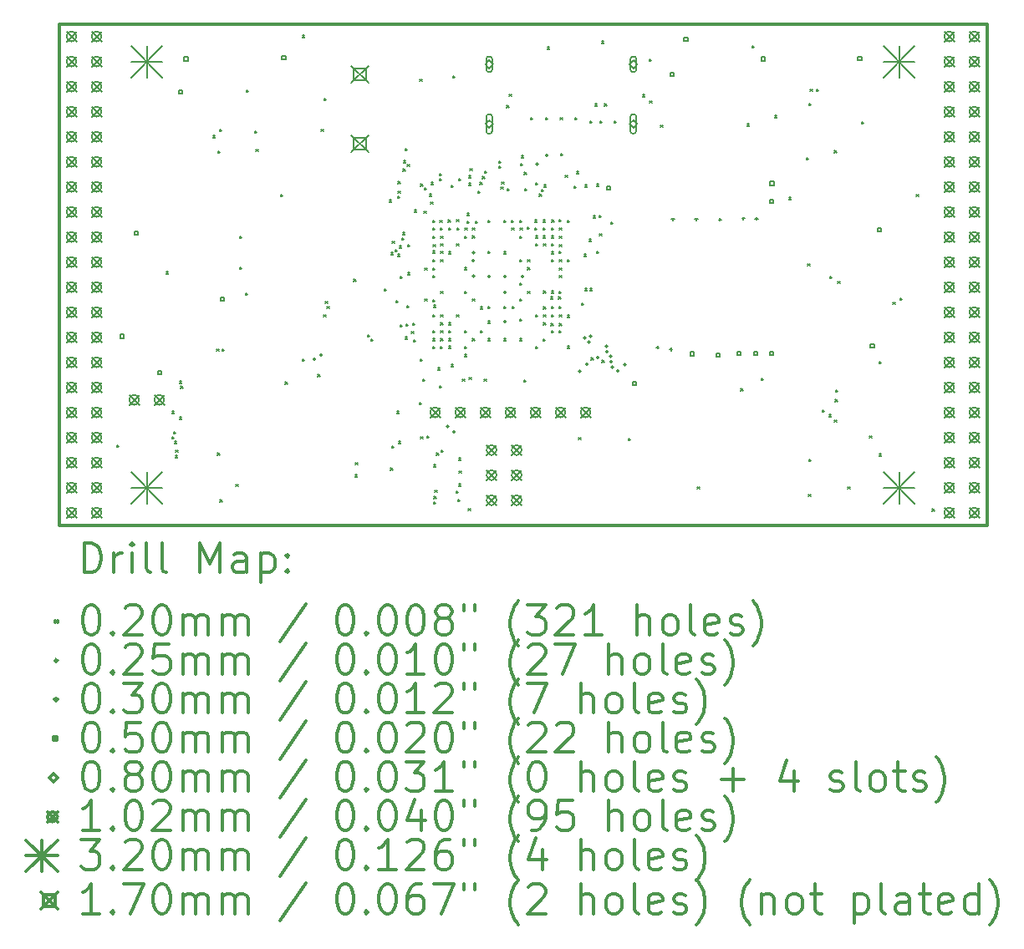
<source format=gbr>
%FSLAX45Y45*%
G04 Gerber Fmt 4.5, Leading zero omitted, Abs format (unit mm)*
G04 Created by KiCad (PCBNEW 4.0.7+dfsg1-1) date Wed Oct  4 23:58:28 2017*
%MOMM*%
%LPD*%
G01*
G04 APERTURE LIST*
%ADD10C,0.127000*%
%ADD11C,0.300000*%
%ADD12C,0.200000*%
G04 APERTURE END LIST*
D10*
D11*
X9410000Y-6142000D02*
X9410000Y-11222000D01*
X18808000Y-6142000D02*
X9410000Y-6142000D01*
X18808000Y-11222000D02*
X18808000Y-6142000D01*
X9410000Y-11222000D02*
X18808000Y-11222000D01*
D12*
X9998000Y-10410000D02*
X10018000Y-10430000D01*
X10018000Y-10410000D02*
X9998000Y-10430000D01*
X10493771Y-8653299D02*
X10513771Y-8673299D01*
X10513771Y-8653299D02*
X10493771Y-8673299D01*
X10555187Y-10325526D02*
X10575187Y-10345526D01*
X10575187Y-10325526D02*
X10555187Y-10345526D01*
X10557972Y-10068392D02*
X10577972Y-10088392D01*
X10577972Y-10068392D02*
X10557972Y-10088392D01*
X10570316Y-10275043D02*
X10590316Y-10295043D01*
X10590316Y-10275043D02*
X10570316Y-10295043D01*
X10580671Y-10371655D02*
X10600671Y-10391655D01*
X10600671Y-10371655D02*
X10580671Y-10391655D01*
X10587368Y-10514871D02*
X10607368Y-10534871D01*
X10607368Y-10514871D02*
X10587368Y-10534871D01*
X10592360Y-10459757D02*
X10612360Y-10479757D01*
X10612360Y-10459757D02*
X10592360Y-10479757D01*
X10630117Y-10127790D02*
X10650117Y-10147790D01*
X10650117Y-10127790D02*
X10630117Y-10147790D01*
X10630381Y-9762780D02*
X10650381Y-9782780D01*
X10650381Y-9762780D02*
X10630381Y-9782780D01*
X10643954Y-9813703D02*
X10663954Y-9833703D01*
X10663954Y-9813703D02*
X10643954Y-9833703D01*
X10972800Y-7273000D02*
X10992800Y-7293000D01*
X10992800Y-7273000D02*
X10972800Y-7293000D01*
X11009310Y-9438989D02*
X11029310Y-9458989D01*
X11029310Y-9438989D02*
X11009310Y-9458989D01*
X11018000Y-10490000D02*
X11038000Y-10510000D01*
X11038000Y-10490000D02*
X11018000Y-10510000D01*
X11021352Y-7428070D02*
X11041352Y-7448070D01*
X11041352Y-7428070D02*
X11021352Y-7448070D01*
X11038300Y-7211500D02*
X11058300Y-7231500D01*
X11058300Y-7211500D02*
X11038300Y-7231500D01*
X11042966Y-10966034D02*
X11062966Y-10986034D01*
X11062966Y-10966034D02*
X11042966Y-10986034D01*
X11061873Y-9435178D02*
X11081873Y-9455178D01*
X11081873Y-9435178D02*
X11061873Y-9455178D01*
X11203400Y-10805600D02*
X11223400Y-10825600D01*
X11223400Y-10805600D02*
X11203400Y-10825600D01*
X11241500Y-8291000D02*
X11261500Y-8311000D01*
X11261500Y-8291000D02*
X11241500Y-8311000D01*
X11241500Y-8608500D02*
X11261500Y-8628500D01*
X11261500Y-8608500D02*
X11241500Y-8628500D01*
X11298000Y-8870000D02*
X11318000Y-8890000D01*
X11318000Y-8870000D02*
X11298000Y-8890000D01*
X11311224Y-6814440D02*
X11331224Y-6834440D01*
X11331224Y-6814440D02*
X11311224Y-6834440D01*
X11393900Y-7224200D02*
X11413900Y-7244200D01*
X11413900Y-7224200D02*
X11393900Y-7244200D01*
X11406600Y-7414700D02*
X11426600Y-7434700D01*
X11426600Y-7414700D02*
X11406600Y-7434700D01*
X11655434Y-7867799D02*
X11675434Y-7887799D01*
X11675434Y-7867799D02*
X11655434Y-7887799D01*
X11702166Y-9771727D02*
X11722166Y-9791727D01*
X11722166Y-9771727D02*
X11702166Y-9791727D01*
X11874380Y-9539822D02*
X11894380Y-9559822D01*
X11894380Y-9539822D02*
X11874380Y-9559822D01*
X11875869Y-6255897D02*
X11895869Y-6275897D01*
X11895869Y-6255897D02*
X11875869Y-6275897D01*
X12033000Y-9695000D02*
X12053000Y-9715000D01*
X12053000Y-9695000D02*
X12033000Y-9715000D01*
X12067000Y-7211500D02*
X12087000Y-7231500D01*
X12087000Y-7211500D02*
X12067000Y-7231500D01*
X12093648Y-9090823D02*
X12113648Y-9110823D01*
X12113648Y-9090823D02*
X12093648Y-9110823D01*
X12098665Y-6897853D02*
X12118665Y-6917853D01*
X12118665Y-6897853D02*
X12098665Y-6917853D01*
X12110622Y-8956298D02*
X12130622Y-8976298D01*
X12130622Y-8956298D02*
X12110622Y-8976298D01*
X12126901Y-9006422D02*
X12146901Y-9026422D01*
X12146901Y-9006422D02*
X12126901Y-9026422D01*
X12398000Y-8730000D02*
X12418000Y-8750000D01*
X12418000Y-8730000D02*
X12398000Y-8750000D01*
X12398000Y-8730000D02*
X12418000Y-8750000D01*
X12418000Y-8730000D02*
X12398000Y-8750000D01*
X12410242Y-10710764D02*
X12430242Y-10730764D01*
X12430242Y-10710764D02*
X12410242Y-10730764D01*
X12415398Y-10588254D02*
X12435398Y-10608254D01*
X12435398Y-10588254D02*
X12415398Y-10608254D01*
X12538000Y-9290000D02*
X12558000Y-9310000D01*
X12558000Y-9290000D02*
X12538000Y-9310000D01*
X12572728Y-9335266D02*
X12592728Y-9355266D01*
X12592728Y-9335266D02*
X12572728Y-9355266D01*
X12704513Y-8827908D02*
X12724513Y-8847908D01*
X12724513Y-8827908D02*
X12704513Y-8847908D01*
X12754366Y-7925556D02*
X12774366Y-7945556D01*
X12774366Y-7925556D02*
X12754366Y-7945556D01*
X12770195Y-10643773D02*
X12790195Y-10663773D01*
X12790195Y-10643773D02*
X12770195Y-10663773D01*
X12772416Y-8458897D02*
X12792416Y-8478897D01*
X12792416Y-8458897D02*
X12772416Y-8478897D01*
X12783547Y-10416126D02*
X12803547Y-10436126D01*
X12803547Y-10416126D02*
X12783547Y-10436126D01*
X12786626Y-8342795D02*
X12806626Y-8362795D01*
X12806626Y-8342795D02*
X12786626Y-8362795D01*
X12815628Y-8428729D02*
X12835628Y-8448729D01*
X12835628Y-8428729D02*
X12815628Y-8448729D01*
X12822131Y-8943995D02*
X12842131Y-8963995D01*
X12842131Y-8943995D02*
X12822131Y-8963995D01*
X12834133Y-10065831D02*
X12854133Y-10085831D01*
X12854133Y-10065831D02*
X12834133Y-10085831D01*
X12838971Y-8476738D02*
X12858971Y-8496738D01*
X12858971Y-8476738D02*
X12838971Y-8496738D01*
X12841590Y-7889418D02*
X12861590Y-7909418D01*
X12861590Y-7889418D02*
X12841590Y-7909418D01*
X12844557Y-7737658D02*
X12864557Y-7757658D01*
X12864557Y-7737658D02*
X12844557Y-7757658D01*
X12846973Y-7836992D02*
X12866973Y-7856992D01*
X12866973Y-7836992D02*
X12846973Y-7856992D01*
X12850280Y-10373153D02*
X12870280Y-10393153D01*
X12870280Y-10373153D02*
X12850280Y-10393153D01*
X12856960Y-8392024D02*
X12876960Y-8412024D01*
X12876960Y-8392024D02*
X12856960Y-8412024D01*
X12867063Y-9190984D02*
X12887063Y-9210984D01*
X12887063Y-9190984D02*
X12867063Y-9210984D01*
X12867665Y-8701088D02*
X12887665Y-8721088D01*
X12887665Y-8701088D02*
X12867665Y-8721088D01*
X12884885Y-8308326D02*
X12904885Y-8328326D01*
X12904885Y-8308326D02*
X12884885Y-8328326D01*
X12891675Y-8256064D02*
X12911675Y-8276064D01*
X12911675Y-8256064D02*
X12891675Y-8276064D01*
X12896163Y-7612957D02*
X12916163Y-7632957D01*
X12916163Y-7612957D02*
X12896163Y-7632957D01*
X12902225Y-7526361D02*
X12922225Y-7546361D01*
X12922225Y-7526361D02*
X12902225Y-7546361D01*
X12915222Y-7404246D02*
X12935222Y-7424246D01*
X12935222Y-7404246D02*
X12915222Y-7424246D01*
X12915467Y-9314463D02*
X12935467Y-9334463D01*
X12935467Y-9314463D02*
X12915467Y-9334463D01*
X12923676Y-9183899D02*
X12943676Y-9203899D01*
X12943676Y-9183899D02*
X12923676Y-9203899D01*
X12935918Y-8993919D02*
X12955918Y-9013919D01*
X12955918Y-8993919D02*
X12935918Y-9013919D01*
X12939334Y-7563781D02*
X12959334Y-7583781D01*
X12959334Y-7563781D02*
X12939334Y-7583781D01*
X12941393Y-8376098D02*
X12961393Y-8396098D01*
X12961393Y-8376098D02*
X12941393Y-8396098D01*
X12944260Y-8660352D02*
X12964260Y-8680352D01*
X12964260Y-8660352D02*
X12944260Y-8680352D01*
X12980206Y-9257825D02*
X13000206Y-9277825D01*
X13000206Y-9257825D02*
X12980206Y-9277825D01*
X12992293Y-9173424D02*
X13012293Y-9193424D01*
X13012293Y-9173424D02*
X12992293Y-9193424D01*
X13004130Y-9342914D02*
X13024130Y-9362914D01*
X13024130Y-9342914D02*
X13004130Y-9362914D01*
X13009682Y-8027773D02*
X13029682Y-8047773D01*
X13029682Y-8027773D02*
X13009682Y-8047773D01*
X13061453Y-9980100D02*
X13081453Y-10000100D01*
X13081453Y-9980100D02*
X13061453Y-10000100D01*
X13066199Y-6701962D02*
X13086199Y-6721962D01*
X13086199Y-6701962D02*
X13066199Y-6721962D01*
X13070707Y-9535414D02*
X13090707Y-9555414D01*
X13090707Y-9535414D02*
X13070707Y-9555414D01*
X13073949Y-10325498D02*
X13093949Y-10345498D01*
X13093949Y-10325498D02*
X13073949Y-10345498D01*
X13075683Y-7764262D02*
X13095683Y-7784262D01*
X13095683Y-7764262D02*
X13075683Y-7784262D01*
X13093936Y-9738729D02*
X13113936Y-9758729D01*
X13113936Y-9738729D02*
X13093936Y-9758729D01*
X13108000Y-8040000D02*
X13128000Y-8060000D01*
X13128000Y-8040000D02*
X13108000Y-8060000D01*
X13113091Y-7801384D02*
X13133091Y-7821384D01*
X13133091Y-7801384D02*
X13113091Y-7821384D01*
X13115453Y-8615136D02*
X13135453Y-8635136D01*
X13135453Y-8615136D02*
X13115453Y-8635136D01*
X13118000Y-8930000D02*
X13138000Y-8950000D01*
X13138000Y-8930000D02*
X13118000Y-8950000D01*
X13135385Y-10319621D02*
X13155385Y-10339621D01*
X13155385Y-10319621D02*
X13135385Y-10339621D01*
X13160933Y-7864587D02*
X13180933Y-7884587D01*
X13180933Y-7864587D02*
X13160933Y-7884587D01*
X13174731Y-7948989D02*
X13194731Y-7968989D01*
X13194731Y-7948989D02*
X13174731Y-7968989D01*
X13182329Y-7748485D02*
X13202329Y-7768485D01*
X13202329Y-7748485D02*
X13182329Y-7768485D01*
X13197765Y-9087799D02*
X13217765Y-9107799D01*
X13217765Y-9087799D02*
X13197765Y-9107799D01*
X13197789Y-8617215D02*
X13217789Y-8637215D01*
X13217789Y-8617215D02*
X13197789Y-8637215D01*
X13197962Y-8532814D02*
X13217962Y-8552814D01*
X13217962Y-8532814D02*
X13197962Y-8552814D01*
X13198000Y-8440334D02*
X13218000Y-8460334D01*
X13218000Y-8440334D02*
X13198000Y-8460334D01*
X13198000Y-8130000D02*
X13218000Y-8150000D01*
X13218000Y-8130000D02*
X13198000Y-8150000D01*
X13198000Y-8207799D02*
X13218000Y-8227799D01*
X13218000Y-8207799D02*
X13198000Y-8227799D01*
X13198000Y-8690000D02*
X13218000Y-8710000D01*
X13218000Y-8690000D02*
X13198000Y-8710000D01*
X13198000Y-8934402D02*
X13218000Y-8954402D01*
X13218000Y-8934402D02*
X13198000Y-8954402D01*
X13198000Y-9250000D02*
X13218000Y-9270000D01*
X13218000Y-9250000D02*
X13198000Y-9270000D01*
X13198000Y-9330000D02*
X13218000Y-9350000D01*
X13218000Y-9330000D02*
X13198000Y-9350000D01*
X13198000Y-9410000D02*
X13218000Y-9430000D01*
X13218000Y-9410000D02*
X13198000Y-9430000D01*
X13198482Y-8292201D02*
X13218482Y-8312201D01*
X13218482Y-8292201D02*
X13198482Y-8312201D01*
X13201744Y-8376602D02*
X13221744Y-8396602D01*
X13221744Y-8376602D02*
X13201744Y-8396602D01*
X13204611Y-10984026D02*
X13224611Y-11004026D01*
X13224611Y-10984026D02*
X13204611Y-11004026D01*
X13205608Y-8993095D02*
X13225608Y-9013095D01*
X13225608Y-8993095D02*
X13205608Y-9013095D01*
X13206286Y-10608587D02*
X13226286Y-10628587D01*
X13226286Y-10608587D02*
X13206286Y-10628587D01*
X13208900Y-10931500D02*
X13228900Y-10951500D01*
X13228900Y-10931500D02*
X13208900Y-10951500D01*
X13218000Y-10870000D02*
X13238000Y-10890000D01*
X13238000Y-10870000D02*
X13218000Y-10890000D01*
X13234844Y-10489450D02*
X13254844Y-10509450D01*
X13254844Y-10489450D02*
X13234844Y-10509450D01*
X13247282Y-9628386D02*
X13267282Y-9648386D01*
X13267282Y-9628386D02*
X13247282Y-9648386D01*
X13263724Y-7657621D02*
X13283724Y-7677621D01*
X13283724Y-7657621D02*
X13263724Y-7677621D01*
X13265267Y-9807892D02*
X13285267Y-9827892D01*
X13285267Y-9807892D02*
X13265267Y-9827892D01*
X13266117Y-7710267D02*
X13286117Y-7730267D01*
X13286117Y-7710267D02*
X13266117Y-7730267D01*
X13268333Y-8129999D02*
X13288333Y-8149999D01*
X13288333Y-8129999D02*
X13268333Y-8149999D01*
X13271035Y-8207799D02*
X13291035Y-8227799D01*
X13291035Y-8207799D02*
X13271035Y-8227799D01*
X13274623Y-9409707D02*
X13294623Y-9429707D01*
X13294623Y-9409707D02*
X13274623Y-9429707D01*
X13277580Y-8532814D02*
X13297580Y-8552814D01*
X13297580Y-8532814D02*
X13277580Y-8552814D01*
X13278000Y-8292201D02*
X13298000Y-8312201D01*
X13298000Y-8292201D02*
X13278000Y-8312201D01*
X13278000Y-8850000D02*
X13298000Y-8870000D01*
X13298000Y-8850000D02*
X13278000Y-8870000D01*
X13278000Y-9090000D02*
X13298000Y-9110000D01*
X13298000Y-9090000D02*
X13278000Y-9110000D01*
X13278000Y-9170000D02*
X13298000Y-9190000D01*
X13298000Y-9170000D02*
X13278000Y-9190000D01*
X13278000Y-9250000D02*
X13298000Y-9270000D01*
X13298000Y-9250000D02*
X13278000Y-9270000D01*
X13278000Y-9330000D02*
X13298000Y-9350000D01*
X13298000Y-9330000D02*
X13278000Y-9350000D01*
X13278042Y-8446122D02*
X13298042Y-8466122D01*
X13298042Y-8446122D02*
X13278042Y-8466122D01*
X13278650Y-8367799D02*
X13298650Y-8387799D01*
X13298650Y-8367799D02*
X13278650Y-8387799D01*
X13283696Y-10459892D02*
X13303696Y-10479892D01*
X13303696Y-10459892D02*
X13283696Y-10479892D01*
X13352734Y-8129641D02*
X13372734Y-8149641D01*
X13372734Y-8129641D02*
X13352734Y-8149641D01*
X13355436Y-8207799D02*
X13375436Y-8227799D01*
X13375436Y-8207799D02*
X13355436Y-8227799D01*
X13357194Y-8449520D02*
X13377194Y-8469520D01*
X13377194Y-8449520D02*
X13357194Y-8469520D01*
X13358000Y-9170000D02*
X13378000Y-9190000D01*
X13378000Y-9170000D02*
X13358000Y-9190000D01*
X13358000Y-9250000D02*
X13378000Y-9270000D01*
X13378000Y-9250000D02*
X13358000Y-9270000D01*
X13358567Y-9330248D02*
X13378567Y-9350248D01*
X13378567Y-9330248D02*
X13358567Y-9350248D01*
X13359024Y-9408016D02*
X13379024Y-9428016D01*
X13379024Y-9408016D02*
X13359024Y-9428016D01*
X13381998Y-9593873D02*
X13401998Y-9613873D01*
X13401998Y-9593873D02*
X13381998Y-9613873D01*
X13382219Y-7775484D02*
X13402219Y-7795484D01*
X13402219Y-7775484D02*
X13382219Y-7795484D01*
X13397916Y-6668615D02*
X13417916Y-6688615D01*
X13417916Y-6668615D02*
X13397916Y-6688615D01*
X13436400Y-10874197D02*
X13456400Y-10894197D01*
X13456400Y-10874197D02*
X13436400Y-10894197D01*
X13437135Y-8124791D02*
X13457135Y-8144791D01*
X13457135Y-8124791D02*
X13437135Y-8144791D01*
X13438000Y-8370000D02*
X13458000Y-8390000D01*
X13458000Y-8370000D02*
X13438000Y-8390000D01*
X13438000Y-9090000D02*
X13458000Y-9110000D01*
X13458000Y-9090000D02*
X13438000Y-9110000D01*
X13440141Y-8207758D02*
X13460141Y-8227758D01*
X13460141Y-8207758D02*
X13440141Y-8227758D01*
X13453687Y-10961995D02*
X13473687Y-10981995D01*
X13473687Y-10961995D02*
X13453687Y-10981995D01*
X13457587Y-10803159D02*
X13477587Y-10823159D01*
X13477587Y-10803159D02*
X13457587Y-10823159D01*
X13460201Y-7710000D02*
X13480201Y-7730000D01*
X13480201Y-7710000D02*
X13460201Y-7730000D01*
X13460735Y-10540845D02*
X13480735Y-10560845D01*
X13480735Y-10540845D02*
X13460735Y-10560845D01*
X13465065Y-10671051D02*
X13485065Y-10691051D01*
X13485065Y-10671051D02*
X13465065Y-10691051D01*
X13498546Y-9743179D02*
X13518546Y-9763179D01*
X13518546Y-9743179D02*
X13498546Y-9763179D01*
X13517331Y-8851860D02*
X13537331Y-8871860D01*
X13537331Y-8851860D02*
X13517331Y-8871860D01*
X13518000Y-8292201D02*
X13538000Y-8312201D01*
X13538000Y-8292201D02*
X13518000Y-8312201D01*
X13518000Y-8610000D02*
X13538000Y-8630000D01*
X13538000Y-8610000D02*
X13518000Y-8630000D01*
X13518000Y-9250000D02*
X13538000Y-9270000D01*
X13538000Y-9250000D02*
X13518000Y-9270000D01*
X13518000Y-9410000D02*
X13538000Y-9430000D01*
X13538000Y-9410000D02*
X13518000Y-9430000D01*
X13518000Y-9490000D02*
X13538000Y-9510000D01*
X13538000Y-9490000D02*
X13518000Y-9510000D01*
X13524542Y-8207681D02*
X13544542Y-8227681D01*
X13544542Y-8207681D02*
X13524542Y-8227681D01*
X13546744Y-8060230D02*
X13566744Y-8080230D01*
X13566744Y-8060230D02*
X13546744Y-8080230D01*
X13546744Y-8138922D02*
X13566744Y-8158922D01*
X13566744Y-8138922D02*
X13546744Y-8158922D01*
X13555656Y-11051071D02*
X13575656Y-11071071D01*
X13575656Y-11051071D02*
X13555656Y-11071071D01*
X13559498Y-7754855D02*
X13579498Y-7774855D01*
X13579498Y-7754855D02*
X13559498Y-7774855D01*
X13562542Y-7680938D02*
X13582542Y-7700938D01*
X13582542Y-7680938D02*
X13562542Y-7700938D01*
X13567000Y-9723813D02*
X13587000Y-9743813D01*
X13587000Y-9723813D02*
X13567000Y-9743813D01*
X13573070Y-7610061D02*
X13593070Y-7630061D01*
X13593070Y-7610061D02*
X13573070Y-7630061D01*
X13598000Y-8210000D02*
X13618000Y-8230000D01*
X13618000Y-8210000D02*
X13598000Y-8230000D01*
X13598000Y-8290000D02*
X13618000Y-8310000D01*
X13618000Y-8290000D02*
X13598000Y-8310000D01*
X13598000Y-9330000D02*
X13618000Y-9350000D01*
X13618000Y-9330000D02*
X13598000Y-9350000D01*
X13598517Y-8929483D02*
X13618517Y-8949483D01*
X13618517Y-8929483D02*
X13598517Y-8949483D01*
X13631144Y-8139731D02*
X13651144Y-8159731D01*
X13651144Y-8139731D02*
X13631144Y-8159731D01*
X13653412Y-7835167D02*
X13673412Y-7855167D01*
X13673412Y-7835167D02*
X13653412Y-7855167D01*
X13675600Y-7746298D02*
X13695600Y-7766298D01*
X13695600Y-7746298D02*
X13675600Y-7766298D01*
X13678000Y-9250000D02*
X13698000Y-9270000D01*
X13698000Y-9250000D02*
X13678000Y-9270000D01*
X13678517Y-9009483D02*
X13698517Y-9029483D01*
X13698517Y-9009483D02*
X13678517Y-9029483D01*
X13700695Y-7687992D02*
X13720695Y-7707992D01*
X13720695Y-7687992D02*
X13700695Y-7707992D01*
X13718870Y-9743874D02*
X13738870Y-9763874D01*
X13738870Y-9743874D02*
X13718870Y-9763874D01*
X13720873Y-7631502D02*
X13740873Y-7651502D01*
X13740873Y-7631502D02*
X13720873Y-7651502D01*
X13755905Y-9153803D02*
X13775905Y-9173803D01*
X13775905Y-9153803D02*
X13755905Y-9173803D01*
X13758000Y-8130000D02*
X13778000Y-8150000D01*
X13778000Y-8130000D02*
X13758000Y-8150000D01*
X13758000Y-9007299D02*
X13778000Y-9027299D01*
X13778000Y-9007299D02*
X13758000Y-9027299D01*
X13758000Y-9330000D02*
X13778000Y-9350000D01*
X13778000Y-9330000D02*
X13758000Y-9350000D01*
X13758056Y-8443409D02*
X13778056Y-8463409D01*
X13778056Y-8443409D02*
X13758056Y-8463409D01*
X13867568Y-7584299D02*
X13887568Y-7604299D01*
X13887568Y-7584299D02*
X13867568Y-7604299D01*
X13867920Y-7530076D02*
X13887920Y-7550076D01*
X13887920Y-7530076D02*
X13867920Y-7550076D01*
X13886806Y-7794095D02*
X13906806Y-7814095D01*
X13906806Y-7794095D02*
X13886806Y-7814095D01*
X13894936Y-7742024D02*
X13914936Y-7762024D01*
X13914936Y-7742024D02*
X13894936Y-7762024D01*
X13917252Y-8451135D02*
X13937252Y-8471135D01*
X13937252Y-8451135D02*
X13917252Y-8471135D01*
X13918000Y-8130000D02*
X13938000Y-8150000D01*
X13938000Y-8130000D02*
X13918000Y-8150000D01*
X13918000Y-9002299D02*
X13938000Y-9022299D01*
X13938000Y-9002299D02*
X13918000Y-9022299D01*
X13918000Y-9330000D02*
X13938000Y-9350000D01*
X13938000Y-9330000D02*
X13918000Y-9350000D01*
X13947561Y-6969286D02*
X13967561Y-6989286D01*
X13967561Y-6969286D02*
X13947561Y-6989286D01*
X13948512Y-7810586D02*
X13968512Y-7830586D01*
X13968512Y-7810586D02*
X13948512Y-7830586D01*
X13972000Y-6856567D02*
X13992000Y-6876567D01*
X13992000Y-6856567D02*
X13972000Y-6876567D01*
X13993599Y-8130000D02*
X14013599Y-8150000D01*
X14013599Y-8130000D02*
X13993599Y-8150000D01*
X13998000Y-8210000D02*
X14018000Y-8230000D01*
X14018000Y-8210000D02*
X13998000Y-8230000D01*
X13999489Y-9002299D02*
X14019489Y-9022299D01*
X14019489Y-9002299D02*
X13999489Y-9022299D01*
X14076403Y-8294140D02*
X14096403Y-8314140D01*
X14096403Y-8294140D02*
X14076403Y-8314140D01*
X14077419Y-9133335D02*
X14097419Y-9153335D01*
X14097419Y-9133335D02*
X14077419Y-9153335D01*
X14078000Y-8130000D02*
X14098000Y-8150000D01*
X14098000Y-8130000D02*
X14078000Y-8150000D01*
X14078000Y-8530000D02*
X14098000Y-8550000D01*
X14098000Y-8530000D02*
X14078000Y-8550000D01*
X14078000Y-8770000D02*
X14098000Y-8790000D01*
X14098000Y-8770000D02*
X14078000Y-8790000D01*
X14078000Y-8930000D02*
X14098000Y-8950000D01*
X14098000Y-8930000D02*
X14078000Y-8950000D01*
X14078000Y-9330000D02*
X14098000Y-9350000D01*
X14098000Y-9330000D02*
X14078000Y-9350000D01*
X14082401Y-8207928D02*
X14102401Y-8227928D01*
X14102401Y-8207928D02*
X14082401Y-8227928D01*
X14088006Y-7558194D02*
X14108006Y-7578194D01*
X14108006Y-7558194D02*
X14088006Y-7578194D01*
X14094664Y-7477380D02*
X14114664Y-7497380D01*
X14114664Y-7477380D02*
X14094664Y-7497380D01*
X14118000Y-9750000D02*
X14138000Y-9770000D01*
X14138000Y-9750000D02*
X14118000Y-9770000D01*
X14124297Y-7645500D02*
X14144297Y-7665500D01*
X14144297Y-7645500D02*
X14124297Y-7665500D01*
X14128016Y-7812697D02*
X14148016Y-7832697D01*
X14148016Y-7812697D02*
X14128016Y-7832697D01*
X14155799Y-8203034D02*
X14175799Y-8223034D01*
X14175799Y-8203034D02*
X14155799Y-8223034D01*
X14158000Y-8530000D02*
X14178000Y-8550000D01*
X14178000Y-8530000D02*
X14158000Y-8550000D01*
X14158000Y-8610000D02*
X14178000Y-8630000D01*
X14178000Y-8610000D02*
X14158000Y-8630000D01*
X14158000Y-8850000D02*
X14178000Y-8870000D01*
X14178000Y-8850000D02*
X14158000Y-8870000D01*
X14190056Y-7090851D02*
X14210056Y-7110851D01*
X14210056Y-7090851D02*
X14190056Y-7110851D01*
X14229642Y-8209139D02*
X14249642Y-8229139D01*
X14249642Y-8209139D02*
X14229642Y-8229139D01*
X14231398Y-8128224D02*
X14251398Y-8148224D01*
X14251398Y-8128224D02*
X14231398Y-8148224D01*
X14237355Y-8289891D02*
X14257355Y-8309891D01*
X14257355Y-8289891D02*
X14237355Y-8309891D01*
X14238000Y-7750000D02*
X14258000Y-7770000D01*
X14258000Y-7750000D02*
X14238000Y-7770000D01*
X14238000Y-8370000D02*
X14258000Y-8390000D01*
X14258000Y-8370000D02*
X14238000Y-8390000D01*
X14238000Y-9090000D02*
X14258000Y-9110000D01*
X14258000Y-9090000D02*
X14238000Y-9110000D01*
X14238000Y-9410000D02*
X14258000Y-9430000D01*
X14258000Y-9410000D02*
X14238000Y-9430000D01*
X14275272Y-7865993D02*
X14295272Y-7885993D01*
X14295272Y-7865993D02*
X14275272Y-7885993D01*
X14300511Y-7819522D02*
X14320511Y-7839522D01*
X14320511Y-7819522D02*
X14300511Y-7839522D01*
X14315799Y-8127963D02*
X14335799Y-8147963D01*
X14335799Y-8127963D02*
X14315799Y-8147963D01*
X14315799Y-8210715D02*
X14335799Y-8230715D01*
X14335799Y-8210715D02*
X14315799Y-8230715D01*
X14315799Y-8290000D02*
X14335799Y-8310000D01*
X14335799Y-8290000D02*
X14315799Y-8310000D01*
X14315801Y-9332315D02*
X14335801Y-9352315D01*
X14335801Y-9332315D02*
X14315801Y-9352315D01*
X14317803Y-8849503D02*
X14337803Y-8869503D01*
X14337803Y-8849503D02*
X14317803Y-8869503D01*
X14318000Y-8370000D02*
X14338000Y-8390000D01*
X14338000Y-8370000D02*
X14318000Y-8390000D01*
X14318000Y-9090000D02*
X14338000Y-9110000D01*
X14338000Y-9090000D02*
X14318000Y-9110000D01*
X14318000Y-9170000D02*
X14338000Y-9190000D01*
X14338000Y-9170000D02*
X14318000Y-9190000D01*
X14318182Y-9010195D02*
X14338182Y-9030195D01*
X14338182Y-9010195D02*
X14318182Y-9030195D01*
X14323180Y-7771946D02*
X14343180Y-7791946D01*
X14343180Y-7771946D02*
X14323180Y-7791946D01*
X14338035Y-7091653D02*
X14358035Y-7111653D01*
X14358035Y-7091653D02*
X14338035Y-7111653D01*
X14355067Y-6376252D02*
X14375067Y-6396252D01*
X14375067Y-6376252D02*
X14355067Y-6396252D01*
X14388995Y-8907799D02*
X14408995Y-8927799D01*
X14408995Y-8907799D02*
X14388995Y-8927799D01*
X14396483Y-9177765D02*
X14416483Y-9197765D01*
X14416483Y-9177765D02*
X14396483Y-9197765D01*
X14398000Y-9090000D02*
X14418000Y-9110000D01*
X14418000Y-9090000D02*
X14398000Y-9110000D01*
X14398242Y-9003286D02*
X14418242Y-9023286D01*
X14418242Y-9003286D02*
X14398242Y-9023286D01*
X14398283Y-8848451D02*
X14418283Y-8868451D01*
X14418283Y-8848451D02*
X14398283Y-8868451D01*
X14400201Y-8208560D02*
X14420201Y-8228560D01*
X14420201Y-8208560D02*
X14400201Y-8228560D01*
X14400201Y-8290000D02*
X14420201Y-8310000D01*
X14420201Y-8290000D02*
X14400201Y-8310000D01*
X14400201Y-8370000D02*
X14420201Y-8390000D01*
X14420201Y-8370000D02*
X14400201Y-8390000D01*
X14400201Y-8450000D02*
X14420201Y-8470000D01*
X14420201Y-8450000D02*
X14400201Y-8470000D01*
X14400201Y-8529722D02*
X14420201Y-8549722D01*
X14420201Y-8529722D02*
X14400201Y-8549722D01*
X14400201Y-9250000D02*
X14420201Y-9270000D01*
X14420201Y-9250000D02*
X14400201Y-9270000D01*
X14404602Y-8127478D02*
X14424602Y-8147478D01*
X14424602Y-8127478D02*
X14404602Y-8147478D01*
X14471061Y-8907799D02*
X14491061Y-8927799D01*
X14491061Y-8907799D02*
X14471061Y-8927799D01*
X14476639Y-8123398D02*
X14496639Y-8143398D01*
X14496639Y-8123398D02*
X14476639Y-8143398D01*
X14476724Y-9006446D02*
X14496724Y-9026446D01*
X14496724Y-9006446D02*
X14476724Y-9026446D01*
X14477765Y-8852201D02*
X14497765Y-8872201D01*
X14497765Y-8852201D02*
X14477765Y-8872201D01*
X14477769Y-8443293D02*
X14497769Y-8463293D01*
X14497769Y-8443293D02*
X14477769Y-8463293D01*
X14478235Y-9247799D02*
X14498235Y-9267799D01*
X14498235Y-9247799D02*
X14478235Y-9267799D01*
X14478509Y-8207799D02*
X14498509Y-8227799D01*
X14498509Y-8207799D02*
X14478509Y-8227799D01*
X14478654Y-8528519D02*
X14498654Y-8548519D01*
X14498654Y-8528519D02*
X14478654Y-8548519D01*
X14478856Y-8689382D02*
X14498856Y-8709382D01*
X14498856Y-8689382D02*
X14478856Y-8709382D01*
X14479038Y-8376602D02*
X14499038Y-8396602D01*
X14499038Y-8376602D02*
X14479038Y-8396602D01*
X14479163Y-9090847D02*
X14499163Y-9110847D01*
X14499163Y-9090847D02*
X14479163Y-9110847D01*
X14479410Y-8292201D02*
X14499410Y-8312201D01*
X14499410Y-8292201D02*
X14479410Y-8312201D01*
X14479577Y-9177444D02*
X14499577Y-9197444D01*
X14499577Y-9177444D02*
X14479577Y-9197444D01*
X14480128Y-8616874D02*
X14500128Y-8636874D01*
X14500128Y-8616874D02*
X14480128Y-8636874D01*
X14487842Y-7092405D02*
X14507842Y-7112405D01*
X14507842Y-7092405D02*
X14487842Y-7112405D01*
X14491706Y-7455585D02*
X14511706Y-7475585D01*
X14511706Y-7455585D02*
X14491706Y-7475585D01*
X14539401Y-7673483D02*
X14559401Y-7693483D01*
X14559401Y-7673483D02*
X14539401Y-7693483D01*
X14558000Y-8130000D02*
X14578000Y-8150000D01*
X14578000Y-8130000D02*
X14558000Y-8150000D01*
X14558000Y-8532201D02*
X14578000Y-8552201D01*
X14578000Y-8532201D02*
X14558000Y-8552201D01*
X14558000Y-9407799D02*
X14578000Y-9427799D01*
X14578000Y-9407799D02*
X14558000Y-9427799D01*
X14561303Y-9092201D02*
X14581303Y-9112201D01*
X14581303Y-9092201D02*
X14561303Y-9112201D01*
X14628717Y-7783934D02*
X14648717Y-7803934D01*
X14648717Y-7783934D02*
X14628717Y-7803934D01*
X14636897Y-7089394D02*
X14656897Y-7109394D01*
X14656897Y-7089394D02*
X14636897Y-7109394D01*
X14652765Y-7636130D02*
X14672765Y-7656130D01*
X14672765Y-7636130D02*
X14652765Y-7656130D01*
X14674429Y-10335274D02*
X14694429Y-10355274D01*
X14694429Y-10335274D02*
X14674429Y-10355274D01*
X14702593Y-8970288D02*
X14722593Y-8990288D01*
X14722593Y-8970288D02*
X14702593Y-8990288D01*
X14732247Y-8475859D02*
X14752247Y-8495859D01*
X14752247Y-8475859D02*
X14732247Y-8495859D01*
X14737067Y-8822484D02*
X14757067Y-8842484D01*
X14757067Y-8822484D02*
X14737067Y-8842484D01*
X14738000Y-7772201D02*
X14758000Y-7792201D01*
X14758000Y-7772201D02*
X14738000Y-7792201D01*
X14779417Y-8323581D02*
X14799417Y-8343581D01*
X14799417Y-8323581D02*
X14779417Y-8343581D01*
X14788736Y-7127779D02*
X14808736Y-7147779D01*
X14808736Y-7127779D02*
X14788736Y-7147779D01*
X14789768Y-8822484D02*
X14809768Y-8842484D01*
X14809768Y-8822484D02*
X14789768Y-8842484D01*
X14800281Y-9523902D02*
X14820281Y-9543902D01*
X14820281Y-9523902D02*
X14800281Y-9543902D01*
X14823777Y-8087578D02*
X14843777Y-8107578D01*
X14843777Y-8087578D02*
X14823777Y-8107578D01*
X14837783Y-6951968D02*
X14857783Y-6971968D01*
X14857783Y-6951968D02*
X14837783Y-6971968D01*
X14853988Y-7762935D02*
X14873988Y-7782935D01*
X14873988Y-7762935D02*
X14853988Y-7782935D01*
X14856880Y-8445039D02*
X14876880Y-8465039D01*
X14876880Y-8445039D02*
X14856880Y-8465039D01*
X14883585Y-8079901D02*
X14903585Y-8099901D01*
X14903585Y-8079901D02*
X14883585Y-8099901D01*
X14887565Y-8265534D02*
X14907565Y-8285534D01*
X14907565Y-8265534D02*
X14887565Y-8285534D01*
X14889119Y-7127779D02*
X14909119Y-7147779D01*
X14909119Y-7127779D02*
X14889119Y-7147779D01*
X14908375Y-6315711D02*
X14928375Y-6335711D01*
X14928375Y-6315711D02*
X14908375Y-6335711D01*
X14910771Y-9550529D02*
X14930771Y-9570529D01*
X14930771Y-9550529D02*
X14910771Y-9570529D01*
X14937595Y-6951968D02*
X14957595Y-6971968D01*
X14957595Y-6951968D02*
X14937595Y-6971968D01*
X14998000Y-8150000D02*
X15018000Y-8170000D01*
X15018000Y-8150000D02*
X14998000Y-8170000D01*
X15035722Y-7127779D02*
X15055722Y-7147779D01*
X15055722Y-7127779D02*
X15035722Y-7147779D01*
X15179638Y-10341072D02*
X15199638Y-10361072D01*
X15199638Y-10341072D02*
X15179638Y-10361072D01*
X15322234Y-6857342D02*
X15342234Y-6877342D01*
X15342234Y-6857342D02*
X15322234Y-6877342D01*
X15388420Y-6497712D02*
X15408420Y-6517712D01*
X15408420Y-6497712D02*
X15388420Y-6517712D01*
X15394400Y-6919400D02*
X15414400Y-6939400D01*
X15414400Y-6919400D02*
X15394400Y-6939400D01*
X15504936Y-7166453D02*
X15524936Y-7186453D01*
X15524936Y-7166453D02*
X15504936Y-7186453D01*
X15877000Y-10831000D02*
X15897000Y-10851000D01*
X15897000Y-10831000D02*
X15877000Y-10851000D01*
X16317742Y-9840172D02*
X16337742Y-9860172D01*
X16337742Y-9840172D02*
X16317742Y-9860172D01*
X16380885Y-7155186D02*
X16400885Y-7175186D01*
X16400885Y-7155186D02*
X16380885Y-7175186D01*
X16433388Y-6363745D02*
X16453388Y-6383745D01*
X16453388Y-6363745D02*
X16433388Y-6383745D01*
X16524921Y-9732292D02*
X16544921Y-9752292D01*
X16544921Y-9732292D02*
X16524921Y-9752292D01*
X16657891Y-7070355D02*
X16677891Y-7090355D01*
X16677891Y-7070355D02*
X16657891Y-7090355D01*
X16806644Y-7900804D02*
X16826644Y-7920804D01*
X16826644Y-7900804D02*
X16806644Y-7920804D01*
X16979535Y-7499299D02*
X16999535Y-7519299D01*
X16999535Y-7499299D02*
X16979535Y-7519299D01*
X16994600Y-8570400D02*
X17014600Y-8590400D01*
X17014600Y-8570400D02*
X16994600Y-8590400D01*
X17002604Y-10911247D02*
X17022604Y-10931247D01*
X17022604Y-10911247D02*
X17002604Y-10931247D01*
X17005773Y-10556635D02*
X17025773Y-10576635D01*
X17025773Y-10556635D02*
X17005773Y-10576635D01*
X17008296Y-6947101D02*
X17028296Y-6967101D01*
X17028296Y-6947101D02*
X17008296Y-6967101D01*
X17020000Y-6805100D02*
X17040000Y-6825100D01*
X17040000Y-6805100D02*
X17020000Y-6825100D01*
X17085000Y-6802556D02*
X17105000Y-6822556D01*
X17105000Y-6802556D02*
X17085000Y-6822556D01*
X17144030Y-10054574D02*
X17164030Y-10074574D01*
X17164030Y-10054574D02*
X17144030Y-10074574D01*
X17209336Y-10100566D02*
X17229336Y-10120566D01*
X17229336Y-10100566D02*
X17209336Y-10120566D01*
X17218956Y-8702405D02*
X17238956Y-8722405D01*
X17238956Y-8702405D02*
X17218956Y-8722405D01*
X17264664Y-7424799D02*
X17284664Y-7444799D01*
X17284664Y-7424799D02*
X17264664Y-7444799D01*
X17266127Y-10155168D02*
X17286127Y-10175168D01*
X17286127Y-10155168D02*
X17266127Y-10175168D01*
X17273463Y-9949992D02*
X17293463Y-9969992D01*
X17293463Y-9949992D02*
X17273463Y-9969992D01*
X17277992Y-9851865D02*
X17297992Y-9871865D01*
X17297992Y-9851865D02*
X17277992Y-9871865D01*
X17299400Y-8748200D02*
X17319400Y-8768200D01*
X17319400Y-8748200D02*
X17299400Y-8768200D01*
X17401000Y-10831000D02*
X17421000Y-10851000D01*
X17421000Y-10831000D02*
X17401000Y-10851000D01*
X17539563Y-7135743D02*
X17559563Y-7155743D01*
X17559563Y-7135743D02*
X17539563Y-7155743D01*
X17620559Y-10317981D02*
X17640559Y-10337981D01*
X17640559Y-10317981D02*
X17620559Y-10337981D01*
X17717400Y-10497912D02*
X17737400Y-10517912D01*
X17737400Y-10497912D02*
X17717400Y-10517912D01*
X17718500Y-9561000D02*
X17738500Y-9581000D01*
X17738500Y-9561000D02*
X17718500Y-9581000D01*
X17856591Y-8961390D02*
X17876591Y-8981390D01*
X17876591Y-8961390D02*
X17856591Y-8981390D01*
X17927598Y-8921781D02*
X17947598Y-8941781D01*
X17947598Y-8921781D02*
X17927598Y-8941781D01*
X18096500Y-7868500D02*
X18116500Y-7888500D01*
X18116500Y-7868500D02*
X18096500Y-7888500D01*
X18255436Y-11056584D02*
X18275436Y-11076584D01*
X18275436Y-11056584D02*
X18255436Y-11076584D01*
X12010516Y-9541295D02*
G75*
G03X12010516Y-9541295I-12700J0D01*
G01*
X12076103Y-9497760D02*
G75*
G03X12076103Y-9497760I-12700J0D01*
G01*
X13357629Y-10223262D02*
G75*
G03X13357629Y-10223262I-12700J0D01*
G01*
X13420141Y-10275223D02*
G75*
G03X13420141Y-10275223I-12700J0D01*
G01*
X13620700Y-8460000D02*
G75*
G03X13620700Y-8460000I-12700J0D01*
G01*
X13620700Y-8540000D02*
G75*
G03X13620700Y-8540000I-12700J0D01*
G01*
X13623799Y-8699540D02*
G75*
G03X13623799Y-8699540I-12700J0D01*
G01*
X13780700Y-8700000D02*
G75*
G03X13780700Y-8700000I-12700J0D01*
G01*
X13939164Y-9161521D02*
G75*
G03X13939164Y-9161521I-12700J0D01*
G01*
X13940700Y-8700000D02*
G75*
G03X13940700Y-8700000I-12700J0D01*
G01*
X13940700Y-8860000D02*
G75*
G03X13940700Y-8860000I-12700J0D01*
G01*
X14116986Y-8699500D02*
G75*
G03X14116986Y-8699500I-12700J0D01*
G01*
X14265799Y-7566284D02*
G75*
G03X14265799Y-7566284I-12700J0D01*
G01*
X14365259Y-7474977D02*
G75*
G03X14365259Y-7474977I-12700J0D01*
G01*
X14698950Y-9661750D02*
G75*
G03X14698950Y-9661750I-12700J0D01*
G01*
X14748323Y-9321914D02*
G75*
G03X14748323Y-9321914I-12700J0D01*
G01*
X14766147Y-9591326D02*
G75*
G03X14766147Y-9591326I-12700J0D01*
G01*
X14790471Y-9369101D02*
G75*
G03X14790471Y-9369101I-12700J0D01*
G01*
X14804230Y-9306098D02*
G75*
G03X14804230Y-9306098I-12700J0D01*
G01*
X14878093Y-9524901D02*
G75*
G03X14878093Y-9524901I-12700J0D01*
G01*
X14969298Y-9405479D02*
G75*
G03X14969298Y-9405479I-12700J0D01*
G01*
X14971152Y-9463550D02*
G75*
G03X14971152Y-9463550I-12700J0D01*
G01*
X15007952Y-9508512D02*
G75*
G03X15007952Y-9508512I-12700J0D01*
G01*
X15016044Y-9566047D02*
G75*
G03X15016044Y-9566047I-12700J0D01*
G01*
X15027622Y-9622983D02*
G75*
G03X15027622Y-9622983I-12700J0D01*
G01*
X15084750Y-9657580D02*
G75*
G03X15084750Y-9657580I-12700J0D01*
G01*
X15157504Y-9595169D02*
G75*
G03X15157504Y-9595169I-12700J0D01*
G01*
X15472629Y-9402136D02*
X15472629Y-9432136D01*
X15457629Y-9417136D02*
X15487629Y-9417136D01*
X15607711Y-9423078D02*
X15607711Y-9453078D01*
X15592711Y-9438078D02*
X15622711Y-9438078D01*
X15628000Y-8106084D02*
X15628000Y-8136084D01*
X15613000Y-8121084D02*
X15643000Y-8121084D01*
X15868000Y-8106084D02*
X15868000Y-8136084D01*
X15853000Y-8121084D02*
X15883000Y-8121084D01*
X16106799Y-8106612D02*
X16106799Y-8136612D01*
X16091799Y-8121612D02*
X16121799Y-8121612D01*
X16342203Y-8097066D02*
X16342203Y-8127066D01*
X16327203Y-8112066D02*
X16357203Y-8112066D01*
X16474183Y-8098057D02*
X16474183Y-8128057D01*
X16459183Y-8113057D02*
X16489183Y-8113057D01*
X10065668Y-9324068D02*
X10065668Y-9288713D01*
X10030313Y-9288713D01*
X10030313Y-9324068D01*
X10065668Y-9324068D01*
X10210884Y-8276183D02*
X10210884Y-8240827D01*
X10175529Y-8240827D01*
X10175529Y-8276183D01*
X10210884Y-8276183D01*
X10448586Y-9690837D02*
X10448586Y-9655482D01*
X10413231Y-9655482D01*
X10413231Y-9690837D01*
X10448586Y-9690837D01*
X10659458Y-6848926D02*
X10659458Y-6813570D01*
X10624103Y-6813570D01*
X10624103Y-6848926D01*
X10659458Y-6848926D01*
X10715159Y-6513075D02*
X10715159Y-6477720D01*
X10679803Y-6477720D01*
X10679803Y-6513075D01*
X10715159Y-6513075D01*
X11079415Y-8946398D02*
X11079415Y-8911042D01*
X11044059Y-8911042D01*
X11044059Y-8946398D01*
X11079415Y-8946398D01*
X11705728Y-6497972D02*
X11705728Y-6462616D01*
X11670372Y-6462616D01*
X11670372Y-6497972D01*
X11705728Y-6497972D01*
X14992842Y-7820612D02*
X14992842Y-7785257D01*
X14957486Y-7785257D01*
X14957486Y-7820612D01*
X14992842Y-7820612D01*
X15253976Y-9802555D02*
X15253976Y-9767199D01*
X15218621Y-9767199D01*
X15218621Y-9802555D01*
X15253976Y-9802555D01*
X15641236Y-6672514D02*
X15641236Y-6637158D01*
X15605880Y-6637158D01*
X15605880Y-6672514D01*
X15641236Y-6672514D01*
X15777678Y-6312078D02*
X15777678Y-6276722D01*
X15742322Y-6276722D01*
X15742322Y-6312078D01*
X15777678Y-6312078D01*
X15841046Y-9502939D02*
X15841046Y-9467584D01*
X15805691Y-9467584D01*
X15805691Y-9502939D01*
X15841046Y-9502939D01*
X16105267Y-9516553D02*
X16105267Y-9481197D01*
X16069912Y-9481197D01*
X16069912Y-9516553D01*
X16105267Y-9516553D01*
X16316953Y-9499696D02*
X16316953Y-9464341D01*
X16281597Y-9464341D01*
X16281597Y-9499696D01*
X16316953Y-9499696D01*
X16483055Y-9500233D02*
X16483055Y-9464877D01*
X16447699Y-9464877D01*
X16447699Y-9500233D01*
X16483055Y-9500233D01*
X16559402Y-6513144D02*
X16559402Y-6477789D01*
X16524047Y-6477789D01*
X16524047Y-6513144D01*
X16559402Y-6513144D01*
X16642573Y-7958481D02*
X16642573Y-7923125D01*
X16607218Y-7923125D01*
X16607218Y-7958481D01*
X16642573Y-7958481D01*
X16645678Y-9497678D02*
X16645678Y-9462322D01*
X16610322Y-9462322D01*
X16610322Y-9497678D01*
X16645678Y-9497678D01*
X16649839Y-7774906D02*
X16649839Y-7739550D01*
X16614484Y-7739550D01*
X16614484Y-7774906D01*
X16649839Y-7774906D01*
X17538711Y-6512572D02*
X17538711Y-6477216D01*
X17503355Y-6477216D01*
X17503355Y-6512572D01*
X17538711Y-6512572D01*
X17665108Y-9424587D02*
X17665108Y-9389232D01*
X17629753Y-9389232D01*
X17629753Y-9424587D01*
X17665108Y-9424587D01*
X17740669Y-8245813D02*
X17740669Y-8210457D01*
X17705313Y-8210457D01*
X17705313Y-8245813D01*
X17740669Y-8245813D01*
X13768000Y-6590000D02*
X13808000Y-6550000D01*
X13768000Y-6510000D01*
X13728000Y-6550000D01*
X13768000Y-6590000D01*
X13738000Y-6500000D02*
X13738000Y-6600000D01*
X13798000Y-6500000D02*
X13798000Y-6600000D01*
X13738000Y-6600000D02*
G75*
G03X13798000Y-6600000I30000J0D01*
G01*
X13798000Y-6500000D02*
G75*
G03X13738000Y-6500000I-30000J0D01*
G01*
X13768000Y-7195000D02*
X13808000Y-7155000D01*
X13768000Y-7115000D01*
X13728000Y-7155000D01*
X13768000Y-7195000D01*
X13738000Y-7085000D02*
X13738000Y-7225000D01*
X13798000Y-7085000D02*
X13798000Y-7225000D01*
X13738000Y-7225000D02*
G75*
G03X13798000Y-7225000I30000J0D01*
G01*
X13798000Y-7085000D02*
G75*
G03X13738000Y-7085000I-30000J0D01*
G01*
X15228000Y-6590000D02*
X15268000Y-6550000D01*
X15228000Y-6510000D01*
X15188000Y-6550000D01*
X15228000Y-6590000D01*
X15198000Y-6500000D02*
X15198000Y-6600000D01*
X15258000Y-6500000D02*
X15258000Y-6600000D01*
X15198000Y-6600000D02*
G75*
G03X15258000Y-6600000I30000J0D01*
G01*
X15258000Y-6500000D02*
G75*
G03X15198000Y-6500000I-30000J0D01*
G01*
X15228000Y-7195000D02*
X15268000Y-7155000D01*
X15228000Y-7115000D01*
X15188000Y-7155000D01*
X15228000Y-7195000D01*
X15198000Y-7085000D02*
X15198000Y-7225000D01*
X15258000Y-7085000D02*
X15258000Y-7225000D01*
X15198000Y-7225000D02*
G75*
G03X15258000Y-7225000I30000J0D01*
G01*
X15258000Y-7085000D02*
G75*
G03X15198000Y-7085000I-30000J0D01*
G01*
X9486200Y-6218200D02*
X9587800Y-6319800D01*
X9587800Y-6218200D02*
X9486200Y-6319800D01*
X9587800Y-6269000D02*
G75*
G03X9587800Y-6269000I-50800J0D01*
G01*
X9486200Y-6472200D02*
X9587800Y-6573800D01*
X9587800Y-6472200D02*
X9486200Y-6573800D01*
X9587800Y-6523000D02*
G75*
G03X9587800Y-6523000I-50800J0D01*
G01*
X9486200Y-6726200D02*
X9587800Y-6827800D01*
X9587800Y-6726200D02*
X9486200Y-6827800D01*
X9587800Y-6777000D02*
G75*
G03X9587800Y-6777000I-50800J0D01*
G01*
X9486200Y-6980200D02*
X9587800Y-7081800D01*
X9587800Y-6980200D02*
X9486200Y-7081800D01*
X9587800Y-7031000D02*
G75*
G03X9587800Y-7031000I-50800J0D01*
G01*
X9486200Y-7234200D02*
X9587800Y-7335800D01*
X9587800Y-7234200D02*
X9486200Y-7335800D01*
X9587800Y-7285000D02*
G75*
G03X9587800Y-7285000I-50800J0D01*
G01*
X9486200Y-7488200D02*
X9587800Y-7589800D01*
X9587800Y-7488200D02*
X9486200Y-7589800D01*
X9587800Y-7539000D02*
G75*
G03X9587800Y-7539000I-50800J0D01*
G01*
X9486200Y-7742200D02*
X9587800Y-7843800D01*
X9587800Y-7742200D02*
X9486200Y-7843800D01*
X9587800Y-7793000D02*
G75*
G03X9587800Y-7793000I-50800J0D01*
G01*
X9486200Y-7996200D02*
X9587800Y-8097800D01*
X9587800Y-7996200D02*
X9486200Y-8097800D01*
X9587800Y-8047000D02*
G75*
G03X9587800Y-8047000I-50800J0D01*
G01*
X9486200Y-8250200D02*
X9587800Y-8351800D01*
X9587800Y-8250200D02*
X9486200Y-8351800D01*
X9587800Y-8301000D02*
G75*
G03X9587800Y-8301000I-50800J0D01*
G01*
X9486200Y-8504200D02*
X9587800Y-8605800D01*
X9587800Y-8504200D02*
X9486200Y-8605800D01*
X9587800Y-8555000D02*
G75*
G03X9587800Y-8555000I-50800J0D01*
G01*
X9486200Y-8758200D02*
X9587800Y-8859800D01*
X9587800Y-8758200D02*
X9486200Y-8859800D01*
X9587800Y-8809000D02*
G75*
G03X9587800Y-8809000I-50800J0D01*
G01*
X9486200Y-9012200D02*
X9587800Y-9113800D01*
X9587800Y-9012200D02*
X9486200Y-9113800D01*
X9587800Y-9063000D02*
G75*
G03X9587800Y-9063000I-50800J0D01*
G01*
X9486200Y-9266200D02*
X9587800Y-9367800D01*
X9587800Y-9266200D02*
X9486200Y-9367800D01*
X9587800Y-9317000D02*
G75*
G03X9587800Y-9317000I-50800J0D01*
G01*
X9486200Y-9520200D02*
X9587800Y-9621800D01*
X9587800Y-9520200D02*
X9486200Y-9621800D01*
X9587800Y-9571000D02*
G75*
G03X9587800Y-9571000I-50800J0D01*
G01*
X9486200Y-9774200D02*
X9587800Y-9875800D01*
X9587800Y-9774200D02*
X9486200Y-9875800D01*
X9587800Y-9825000D02*
G75*
G03X9587800Y-9825000I-50800J0D01*
G01*
X9486200Y-10028200D02*
X9587800Y-10129800D01*
X9587800Y-10028200D02*
X9486200Y-10129800D01*
X9587800Y-10079000D02*
G75*
G03X9587800Y-10079000I-50800J0D01*
G01*
X9486200Y-10282200D02*
X9587800Y-10383800D01*
X9587800Y-10282200D02*
X9486200Y-10383800D01*
X9587800Y-10333000D02*
G75*
G03X9587800Y-10333000I-50800J0D01*
G01*
X9486200Y-10536200D02*
X9587800Y-10637800D01*
X9587800Y-10536200D02*
X9486200Y-10637800D01*
X9587800Y-10587000D02*
G75*
G03X9587800Y-10587000I-50800J0D01*
G01*
X9486200Y-10790200D02*
X9587800Y-10891800D01*
X9587800Y-10790200D02*
X9486200Y-10891800D01*
X9587800Y-10841000D02*
G75*
G03X9587800Y-10841000I-50800J0D01*
G01*
X9486200Y-11044200D02*
X9587800Y-11145800D01*
X9587800Y-11044200D02*
X9486200Y-11145800D01*
X9587800Y-11095000D02*
G75*
G03X9587800Y-11095000I-50800J0D01*
G01*
X9740200Y-6218200D02*
X9841800Y-6319800D01*
X9841800Y-6218200D02*
X9740200Y-6319800D01*
X9841800Y-6269000D02*
G75*
G03X9841800Y-6269000I-50800J0D01*
G01*
X9740200Y-6472200D02*
X9841800Y-6573800D01*
X9841800Y-6472200D02*
X9740200Y-6573800D01*
X9841800Y-6523000D02*
G75*
G03X9841800Y-6523000I-50800J0D01*
G01*
X9740200Y-6726200D02*
X9841800Y-6827800D01*
X9841800Y-6726200D02*
X9740200Y-6827800D01*
X9841800Y-6777000D02*
G75*
G03X9841800Y-6777000I-50800J0D01*
G01*
X9740200Y-6980200D02*
X9841800Y-7081800D01*
X9841800Y-6980200D02*
X9740200Y-7081800D01*
X9841800Y-7031000D02*
G75*
G03X9841800Y-7031000I-50800J0D01*
G01*
X9740200Y-7234200D02*
X9841800Y-7335800D01*
X9841800Y-7234200D02*
X9740200Y-7335800D01*
X9841800Y-7285000D02*
G75*
G03X9841800Y-7285000I-50800J0D01*
G01*
X9740200Y-7488200D02*
X9841800Y-7589800D01*
X9841800Y-7488200D02*
X9740200Y-7589800D01*
X9841800Y-7539000D02*
G75*
G03X9841800Y-7539000I-50800J0D01*
G01*
X9740200Y-7742200D02*
X9841800Y-7843800D01*
X9841800Y-7742200D02*
X9740200Y-7843800D01*
X9841800Y-7793000D02*
G75*
G03X9841800Y-7793000I-50800J0D01*
G01*
X9740200Y-7996200D02*
X9841800Y-8097800D01*
X9841800Y-7996200D02*
X9740200Y-8097800D01*
X9841800Y-8047000D02*
G75*
G03X9841800Y-8047000I-50800J0D01*
G01*
X9740200Y-8250200D02*
X9841800Y-8351800D01*
X9841800Y-8250200D02*
X9740200Y-8351800D01*
X9841800Y-8301000D02*
G75*
G03X9841800Y-8301000I-50800J0D01*
G01*
X9740200Y-8504200D02*
X9841800Y-8605800D01*
X9841800Y-8504200D02*
X9740200Y-8605800D01*
X9841800Y-8555000D02*
G75*
G03X9841800Y-8555000I-50800J0D01*
G01*
X9740200Y-8758200D02*
X9841800Y-8859800D01*
X9841800Y-8758200D02*
X9740200Y-8859800D01*
X9841800Y-8809000D02*
G75*
G03X9841800Y-8809000I-50800J0D01*
G01*
X9740200Y-9012200D02*
X9841800Y-9113800D01*
X9841800Y-9012200D02*
X9740200Y-9113800D01*
X9841800Y-9063000D02*
G75*
G03X9841800Y-9063000I-50800J0D01*
G01*
X9740200Y-9266200D02*
X9841800Y-9367800D01*
X9841800Y-9266200D02*
X9740200Y-9367800D01*
X9841800Y-9317000D02*
G75*
G03X9841800Y-9317000I-50800J0D01*
G01*
X9740200Y-9520200D02*
X9841800Y-9621800D01*
X9841800Y-9520200D02*
X9740200Y-9621800D01*
X9841800Y-9571000D02*
G75*
G03X9841800Y-9571000I-50800J0D01*
G01*
X9740200Y-9774200D02*
X9841800Y-9875800D01*
X9841800Y-9774200D02*
X9740200Y-9875800D01*
X9841800Y-9825000D02*
G75*
G03X9841800Y-9825000I-50800J0D01*
G01*
X9740200Y-10028200D02*
X9841800Y-10129800D01*
X9841800Y-10028200D02*
X9740200Y-10129800D01*
X9841800Y-10079000D02*
G75*
G03X9841800Y-10079000I-50800J0D01*
G01*
X9740200Y-10282200D02*
X9841800Y-10383800D01*
X9841800Y-10282200D02*
X9740200Y-10383800D01*
X9841800Y-10333000D02*
G75*
G03X9841800Y-10333000I-50800J0D01*
G01*
X9740200Y-10536200D02*
X9841800Y-10637800D01*
X9841800Y-10536200D02*
X9740200Y-10637800D01*
X9841800Y-10587000D02*
G75*
G03X9841800Y-10587000I-50800J0D01*
G01*
X9740200Y-10790200D02*
X9841800Y-10891800D01*
X9841800Y-10790200D02*
X9740200Y-10891800D01*
X9841800Y-10841000D02*
G75*
G03X9841800Y-10841000I-50800J0D01*
G01*
X9740200Y-11044200D02*
X9841800Y-11145800D01*
X9841800Y-11044200D02*
X9740200Y-11145800D01*
X9841800Y-11095000D02*
G75*
G03X9841800Y-11095000I-50800J0D01*
G01*
X10121200Y-9901200D02*
X10222800Y-10002800D01*
X10222800Y-9901200D02*
X10121200Y-10002800D01*
X10222800Y-9952000D02*
G75*
G03X10222800Y-9952000I-50800J0D01*
G01*
X10375200Y-9901200D02*
X10476800Y-10002800D01*
X10476800Y-9901200D02*
X10375200Y-10002800D01*
X10476800Y-9952000D02*
G75*
G03X10476800Y-9952000I-50800J0D01*
G01*
X13169200Y-10028200D02*
X13270800Y-10129800D01*
X13270800Y-10028200D02*
X13169200Y-10129800D01*
X13270800Y-10079000D02*
G75*
G03X13270800Y-10079000I-50800J0D01*
G01*
X13423200Y-10028200D02*
X13524800Y-10129800D01*
X13524800Y-10028200D02*
X13423200Y-10129800D01*
X13524800Y-10079000D02*
G75*
G03X13524800Y-10079000I-50800J0D01*
G01*
X13677200Y-10028200D02*
X13778800Y-10129800D01*
X13778800Y-10028200D02*
X13677200Y-10129800D01*
X13778800Y-10079000D02*
G75*
G03X13778800Y-10079000I-50800J0D01*
G01*
X13740700Y-10409200D02*
X13842300Y-10510800D01*
X13842300Y-10409200D02*
X13740700Y-10510800D01*
X13842300Y-10460000D02*
G75*
G03X13842300Y-10460000I-50800J0D01*
G01*
X13740700Y-10663200D02*
X13842300Y-10764800D01*
X13842300Y-10663200D02*
X13740700Y-10764800D01*
X13842300Y-10714000D02*
G75*
G03X13842300Y-10714000I-50800J0D01*
G01*
X13740700Y-10917200D02*
X13842300Y-11018800D01*
X13842300Y-10917200D02*
X13740700Y-11018800D01*
X13842300Y-10968000D02*
G75*
G03X13842300Y-10968000I-50800J0D01*
G01*
X13931200Y-10028200D02*
X14032800Y-10129800D01*
X14032800Y-10028200D02*
X13931200Y-10129800D01*
X14032800Y-10079000D02*
G75*
G03X14032800Y-10079000I-50800J0D01*
G01*
X13994700Y-10409200D02*
X14096300Y-10510800D01*
X14096300Y-10409200D02*
X13994700Y-10510800D01*
X14096300Y-10460000D02*
G75*
G03X14096300Y-10460000I-50800J0D01*
G01*
X13994700Y-10663200D02*
X14096300Y-10764800D01*
X14096300Y-10663200D02*
X13994700Y-10764800D01*
X14096300Y-10714000D02*
G75*
G03X14096300Y-10714000I-50800J0D01*
G01*
X13994700Y-10917200D02*
X14096300Y-11018800D01*
X14096300Y-10917200D02*
X13994700Y-11018800D01*
X14096300Y-10968000D02*
G75*
G03X14096300Y-10968000I-50800J0D01*
G01*
X14185200Y-10028200D02*
X14286800Y-10129800D01*
X14286800Y-10028200D02*
X14185200Y-10129800D01*
X14286800Y-10079000D02*
G75*
G03X14286800Y-10079000I-50800J0D01*
G01*
X14439200Y-10028200D02*
X14540800Y-10129800D01*
X14540800Y-10028200D02*
X14439200Y-10129800D01*
X14540800Y-10079000D02*
G75*
G03X14540800Y-10079000I-50800J0D01*
G01*
X14693200Y-10028200D02*
X14794800Y-10129800D01*
X14794800Y-10028200D02*
X14693200Y-10129800D01*
X14794800Y-10079000D02*
G75*
G03X14794800Y-10079000I-50800J0D01*
G01*
X18376200Y-6218200D02*
X18477800Y-6319800D01*
X18477800Y-6218200D02*
X18376200Y-6319800D01*
X18477800Y-6269000D02*
G75*
G03X18477800Y-6269000I-50800J0D01*
G01*
X18376200Y-6472200D02*
X18477800Y-6573800D01*
X18477800Y-6472200D02*
X18376200Y-6573800D01*
X18477800Y-6523000D02*
G75*
G03X18477800Y-6523000I-50800J0D01*
G01*
X18376200Y-6726200D02*
X18477800Y-6827800D01*
X18477800Y-6726200D02*
X18376200Y-6827800D01*
X18477800Y-6777000D02*
G75*
G03X18477800Y-6777000I-50800J0D01*
G01*
X18376200Y-6980200D02*
X18477800Y-7081800D01*
X18477800Y-6980200D02*
X18376200Y-7081800D01*
X18477800Y-7031000D02*
G75*
G03X18477800Y-7031000I-50800J0D01*
G01*
X18376200Y-7234200D02*
X18477800Y-7335800D01*
X18477800Y-7234200D02*
X18376200Y-7335800D01*
X18477800Y-7285000D02*
G75*
G03X18477800Y-7285000I-50800J0D01*
G01*
X18376200Y-7488200D02*
X18477800Y-7589800D01*
X18477800Y-7488200D02*
X18376200Y-7589800D01*
X18477800Y-7539000D02*
G75*
G03X18477800Y-7539000I-50800J0D01*
G01*
X18376200Y-7742200D02*
X18477800Y-7843800D01*
X18477800Y-7742200D02*
X18376200Y-7843800D01*
X18477800Y-7793000D02*
G75*
G03X18477800Y-7793000I-50800J0D01*
G01*
X18376200Y-7996200D02*
X18477800Y-8097800D01*
X18477800Y-7996200D02*
X18376200Y-8097800D01*
X18477800Y-8047000D02*
G75*
G03X18477800Y-8047000I-50800J0D01*
G01*
X18376200Y-8250200D02*
X18477800Y-8351800D01*
X18477800Y-8250200D02*
X18376200Y-8351800D01*
X18477800Y-8301000D02*
G75*
G03X18477800Y-8301000I-50800J0D01*
G01*
X18376200Y-8504200D02*
X18477800Y-8605800D01*
X18477800Y-8504200D02*
X18376200Y-8605800D01*
X18477800Y-8555000D02*
G75*
G03X18477800Y-8555000I-50800J0D01*
G01*
X18376200Y-8758200D02*
X18477800Y-8859800D01*
X18477800Y-8758200D02*
X18376200Y-8859800D01*
X18477800Y-8809000D02*
G75*
G03X18477800Y-8809000I-50800J0D01*
G01*
X18376200Y-9012200D02*
X18477800Y-9113800D01*
X18477800Y-9012200D02*
X18376200Y-9113800D01*
X18477800Y-9063000D02*
G75*
G03X18477800Y-9063000I-50800J0D01*
G01*
X18376200Y-9266200D02*
X18477800Y-9367800D01*
X18477800Y-9266200D02*
X18376200Y-9367800D01*
X18477800Y-9317000D02*
G75*
G03X18477800Y-9317000I-50800J0D01*
G01*
X18376200Y-9520200D02*
X18477800Y-9621800D01*
X18477800Y-9520200D02*
X18376200Y-9621800D01*
X18477800Y-9571000D02*
G75*
G03X18477800Y-9571000I-50800J0D01*
G01*
X18376200Y-9774200D02*
X18477800Y-9875800D01*
X18477800Y-9774200D02*
X18376200Y-9875800D01*
X18477800Y-9825000D02*
G75*
G03X18477800Y-9825000I-50800J0D01*
G01*
X18376200Y-10028200D02*
X18477800Y-10129800D01*
X18477800Y-10028200D02*
X18376200Y-10129800D01*
X18477800Y-10079000D02*
G75*
G03X18477800Y-10079000I-50800J0D01*
G01*
X18376200Y-10282200D02*
X18477800Y-10383800D01*
X18477800Y-10282200D02*
X18376200Y-10383800D01*
X18477800Y-10333000D02*
G75*
G03X18477800Y-10333000I-50800J0D01*
G01*
X18376200Y-10536200D02*
X18477800Y-10637800D01*
X18477800Y-10536200D02*
X18376200Y-10637800D01*
X18477800Y-10587000D02*
G75*
G03X18477800Y-10587000I-50800J0D01*
G01*
X18376200Y-10790200D02*
X18477800Y-10891800D01*
X18477800Y-10790200D02*
X18376200Y-10891800D01*
X18477800Y-10841000D02*
G75*
G03X18477800Y-10841000I-50800J0D01*
G01*
X18376200Y-11044200D02*
X18477800Y-11145800D01*
X18477800Y-11044200D02*
X18376200Y-11145800D01*
X18477800Y-11095000D02*
G75*
G03X18477800Y-11095000I-50800J0D01*
G01*
X18630200Y-6218200D02*
X18731800Y-6319800D01*
X18731800Y-6218200D02*
X18630200Y-6319800D01*
X18731800Y-6269000D02*
G75*
G03X18731800Y-6269000I-50800J0D01*
G01*
X18630200Y-6472200D02*
X18731800Y-6573800D01*
X18731800Y-6472200D02*
X18630200Y-6573800D01*
X18731800Y-6523000D02*
G75*
G03X18731800Y-6523000I-50800J0D01*
G01*
X18630200Y-6726200D02*
X18731800Y-6827800D01*
X18731800Y-6726200D02*
X18630200Y-6827800D01*
X18731800Y-6777000D02*
G75*
G03X18731800Y-6777000I-50800J0D01*
G01*
X18630200Y-6980200D02*
X18731800Y-7081800D01*
X18731800Y-6980200D02*
X18630200Y-7081800D01*
X18731800Y-7031000D02*
G75*
G03X18731800Y-7031000I-50800J0D01*
G01*
X18630200Y-7234200D02*
X18731800Y-7335800D01*
X18731800Y-7234200D02*
X18630200Y-7335800D01*
X18731800Y-7285000D02*
G75*
G03X18731800Y-7285000I-50800J0D01*
G01*
X18630200Y-7488200D02*
X18731800Y-7589800D01*
X18731800Y-7488200D02*
X18630200Y-7589800D01*
X18731800Y-7539000D02*
G75*
G03X18731800Y-7539000I-50800J0D01*
G01*
X18630200Y-7742200D02*
X18731800Y-7843800D01*
X18731800Y-7742200D02*
X18630200Y-7843800D01*
X18731800Y-7793000D02*
G75*
G03X18731800Y-7793000I-50800J0D01*
G01*
X18630200Y-7996200D02*
X18731800Y-8097800D01*
X18731800Y-7996200D02*
X18630200Y-8097800D01*
X18731800Y-8047000D02*
G75*
G03X18731800Y-8047000I-50800J0D01*
G01*
X18630200Y-8250200D02*
X18731800Y-8351800D01*
X18731800Y-8250200D02*
X18630200Y-8351800D01*
X18731800Y-8301000D02*
G75*
G03X18731800Y-8301000I-50800J0D01*
G01*
X18630200Y-8504200D02*
X18731800Y-8605800D01*
X18731800Y-8504200D02*
X18630200Y-8605800D01*
X18731800Y-8555000D02*
G75*
G03X18731800Y-8555000I-50800J0D01*
G01*
X18630200Y-8758200D02*
X18731800Y-8859800D01*
X18731800Y-8758200D02*
X18630200Y-8859800D01*
X18731800Y-8809000D02*
G75*
G03X18731800Y-8809000I-50800J0D01*
G01*
X18630200Y-9012200D02*
X18731800Y-9113800D01*
X18731800Y-9012200D02*
X18630200Y-9113800D01*
X18731800Y-9063000D02*
G75*
G03X18731800Y-9063000I-50800J0D01*
G01*
X18630200Y-9266200D02*
X18731800Y-9367800D01*
X18731800Y-9266200D02*
X18630200Y-9367800D01*
X18731800Y-9317000D02*
G75*
G03X18731800Y-9317000I-50800J0D01*
G01*
X18630200Y-9520200D02*
X18731800Y-9621800D01*
X18731800Y-9520200D02*
X18630200Y-9621800D01*
X18731800Y-9571000D02*
G75*
G03X18731800Y-9571000I-50800J0D01*
G01*
X18630200Y-9774200D02*
X18731800Y-9875800D01*
X18731800Y-9774200D02*
X18630200Y-9875800D01*
X18731800Y-9825000D02*
G75*
G03X18731800Y-9825000I-50800J0D01*
G01*
X18630200Y-10028200D02*
X18731800Y-10129800D01*
X18731800Y-10028200D02*
X18630200Y-10129800D01*
X18731800Y-10079000D02*
G75*
G03X18731800Y-10079000I-50800J0D01*
G01*
X18630200Y-10282200D02*
X18731800Y-10383800D01*
X18731800Y-10282200D02*
X18630200Y-10383800D01*
X18731800Y-10333000D02*
G75*
G03X18731800Y-10333000I-50800J0D01*
G01*
X18630200Y-10536200D02*
X18731800Y-10637800D01*
X18731800Y-10536200D02*
X18630200Y-10637800D01*
X18731800Y-10587000D02*
G75*
G03X18731800Y-10587000I-50800J0D01*
G01*
X18630200Y-10790200D02*
X18731800Y-10891800D01*
X18731800Y-10790200D02*
X18630200Y-10891800D01*
X18731800Y-10841000D02*
G75*
G03X18731800Y-10841000I-50800J0D01*
G01*
X18630200Y-11044200D02*
X18731800Y-11145800D01*
X18731800Y-11044200D02*
X18630200Y-11145800D01*
X18731800Y-11095000D02*
G75*
G03X18731800Y-11095000I-50800J0D01*
G01*
X10139000Y-6363000D02*
X10459000Y-6683000D01*
X10459000Y-6363000D02*
X10139000Y-6683000D01*
X10299000Y-6363000D02*
X10299000Y-6683000D01*
X10139000Y-6523000D02*
X10459000Y-6523000D01*
X10139000Y-10681000D02*
X10459000Y-11001000D01*
X10459000Y-10681000D02*
X10139000Y-11001000D01*
X10299000Y-10681000D02*
X10299000Y-11001000D01*
X10139000Y-10841000D02*
X10459000Y-10841000D01*
X17759000Y-6363000D02*
X18079000Y-6683000D01*
X18079000Y-6363000D02*
X17759000Y-6683000D01*
X17919000Y-6363000D02*
X17919000Y-6683000D01*
X17759000Y-6523000D02*
X18079000Y-6523000D01*
X17759000Y-10681000D02*
X18079000Y-11001000D01*
X18079000Y-10681000D02*
X17759000Y-11001000D01*
X17919000Y-10681000D02*
X17919000Y-11001000D01*
X17759000Y-10841000D02*
X18079000Y-10841000D01*
X12373000Y-6569000D02*
X12543000Y-6739000D01*
X12543000Y-6569000D02*
X12373000Y-6739000D01*
X12518105Y-6714105D02*
X12518105Y-6593895D01*
X12397895Y-6593895D01*
X12397895Y-6714105D01*
X12518105Y-6714105D01*
X12373000Y-7269000D02*
X12543000Y-7439000D01*
X12543000Y-7269000D02*
X12373000Y-7439000D01*
X12518105Y-7414105D02*
X12518105Y-7293895D01*
X12397895Y-7293895D01*
X12397895Y-7414105D01*
X12518105Y-7414105D01*
D11*
X9666429Y-11702714D02*
X9666429Y-11402714D01*
X9737857Y-11402714D01*
X9780714Y-11417000D01*
X9809286Y-11445571D01*
X9823571Y-11474143D01*
X9837857Y-11531286D01*
X9837857Y-11574143D01*
X9823571Y-11631286D01*
X9809286Y-11659857D01*
X9780714Y-11688429D01*
X9737857Y-11702714D01*
X9666429Y-11702714D01*
X9966429Y-11702714D02*
X9966429Y-11502714D01*
X9966429Y-11559857D02*
X9980714Y-11531286D01*
X9995000Y-11517000D01*
X10023571Y-11502714D01*
X10052143Y-11502714D01*
X10152143Y-11702714D02*
X10152143Y-11502714D01*
X10152143Y-11402714D02*
X10137857Y-11417000D01*
X10152143Y-11431286D01*
X10166429Y-11417000D01*
X10152143Y-11402714D01*
X10152143Y-11431286D01*
X10337857Y-11702714D02*
X10309286Y-11688429D01*
X10295000Y-11659857D01*
X10295000Y-11402714D01*
X10495000Y-11702714D02*
X10466429Y-11688429D01*
X10452143Y-11659857D01*
X10452143Y-11402714D01*
X10837857Y-11702714D02*
X10837857Y-11402714D01*
X10937857Y-11617000D01*
X11037857Y-11402714D01*
X11037857Y-11702714D01*
X11309286Y-11702714D02*
X11309286Y-11545571D01*
X11295000Y-11517000D01*
X11266428Y-11502714D01*
X11209286Y-11502714D01*
X11180714Y-11517000D01*
X11309286Y-11688429D02*
X11280714Y-11702714D01*
X11209286Y-11702714D01*
X11180714Y-11688429D01*
X11166429Y-11659857D01*
X11166429Y-11631286D01*
X11180714Y-11602714D01*
X11209286Y-11588429D01*
X11280714Y-11588429D01*
X11309286Y-11574143D01*
X11452143Y-11502714D02*
X11452143Y-11802714D01*
X11452143Y-11517000D02*
X11480714Y-11502714D01*
X11537857Y-11502714D01*
X11566428Y-11517000D01*
X11580714Y-11531286D01*
X11595000Y-11559857D01*
X11595000Y-11645571D01*
X11580714Y-11674143D01*
X11566428Y-11688429D01*
X11537857Y-11702714D01*
X11480714Y-11702714D01*
X11452143Y-11688429D01*
X11723571Y-11674143D02*
X11737857Y-11688429D01*
X11723571Y-11702714D01*
X11709286Y-11688429D01*
X11723571Y-11674143D01*
X11723571Y-11702714D01*
X11723571Y-11517000D02*
X11737857Y-11531286D01*
X11723571Y-11545571D01*
X11709286Y-11531286D01*
X11723571Y-11517000D01*
X11723571Y-11545571D01*
X9375000Y-12187000D02*
X9395000Y-12207000D01*
X9395000Y-12187000D02*
X9375000Y-12207000D01*
X9723571Y-12032714D02*
X9752143Y-12032714D01*
X9780714Y-12047000D01*
X9795000Y-12061286D01*
X9809286Y-12089857D01*
X9823571Y-12147000D01*
X9823571Y-12218429D01*
X9809286Y-12275571D01*
X9795000Y-12304143D01*
X9780714Y-12318429D01*
X9752143Y-12332714D01*
X9723571Y-12332714D01*
X9695000Y-12318429D01*
X9680714Y-12304143D01*
X9666429Y-12275571D01*
X9652143Y-12218429D01*
X9652143Y-12147000D01*
X9666429Y-12089857D01*
X9680714Y-12061286D01*
X9695000Y-12047000D01*
X9723571Y-12032714D01*
X9952143Y-12304143D02*
X9966429Y-12318429D01*
X9952143Y-12332714D01*
X9937857Y-12318429D01*
X9952143Y-12304143D01*
X9952143Y-12332714D01*
X10080714Y-12061286D02*
X10095000Y-12047000D01*
X10123571Y-12032714D01*
X10195000Y-12032714D01*
X10223571Y-12047000D01*
X10237857Y-12061286D01*
X10252143Y-12089857D01*
X10252143Y-12118429D01*
X10237857Y-12161286D01*
X10066428Y-12332714D01*
X10252143Y-12332714D01*
X10437857Y-12032714D02*
X10466429Y-12032714D01*
X10495000Y-12047000D01*
X10509286Y-12061286D01*
X10523571Y-12089857D01*
X10537857Y-12147000D01*
X10537857Y-12218429D01*
X10523571Y-12275571D01*
X10509286Y-12304143D01*
X10495000Y-12318429D01*
X10466429Y-12332714D01*
X10437857Y-12332714D01*
X10409286Y-12318429D01*
X10395000Y-12304143D01*
X10380714Y-12275571D01*
X10366429Y-12218429D01*
X10366429Y-12147000D01*
X10380714Y-12089857D01*
X10395000Y-12061286D01*
X10409286Y-12047000D01*
X10437857Y-12032714D01*
X10666429Y-12332714D02*
X10666429Y-12132714D01*
X10666429Y-12161286D02*
X10680714Y-12147000D01*
X10709286Y-12132714D01*
X10752143Y-12132714D01*
X10780714Y-12147000D01*
X10795000Y-12175571D01*
X10795000Y-12332714D01*
X10795000Y-12175571D02*
X10809286Y-12147000D01*
X10837857Y-12132714D01*
X10880714Y-12132714D01*
X10909286Y-12147000D01*
X10923571Y-12175571D01*
X10923571Y-12332714D01*
X11066429Y-12332714D02*
X11066429Y-12132714D01*
X11066429Y-12161286D02*
X11080714Y-12147000D01*
X11109286Y-12132714D01*
X11152143Y-12132714D01*
X11180714Y-12147000D01*
X11195000Y-12175571D01*
X11195000Y-12332714D01*
X11195000Y-12175571D02*
X11209286Y-12147000D01*
X11237857Y-12132714D01*
X11280714Y-12132714D01*
X11309286Y-12147000D01*
X11323571Y-12175571D01*
X11323571Y-12332714D01*
X11909286Y-12018429D02*
X11652143Y-12404143D01*
X12295000Y-12032714D02*
X12323571Y-12032714D01*
X12352143Y-12047000D01*
X12366428Y-12061286D01*
X12380714Y-12089857D01*
X12395000Y-12147000D01*
X12395000Y-12218429D01*
X12380714Y-12275571D01*
X12366428Y-12304143D01*
X12352143Y-12318429D01*
X12323571Y-12332714D01*
X12295000Y-12332714D01*
X12266428Y-12318429D01*
X12252143Y-12304143D01*
X12237857Y-12275571D01*
X12223571Y-12218429D01*
X12223571Y-12147000D01*
X12237857Y-12089857D01*
X12252143Y-12061286D01*
X12266428Y-12047000D01*
X12295000Y-12032714D01*
X12523571Y-12304143D02*
X12537857Y-12318429D01*
X12523571Y-12332714D01*
X12509286Y-12318429D01*
X12523571Y-12304143D01*
X12523571Y-12332714D01*
X12723571Y-12032714D02*
X12752143Y-12032714D01*
X12780714Y-12047000D01*
X12795000Y-12061286D01*
X12809285Y-12089857D01*
X12823571Y-12147000D01*
X12823571Y-12218429D01*
X12809285Y-12275571D01*
X12795000Y-12304143D01*
X12780714Y-12318429D01*
X12752143Y-12332714D01*
X12723571Y-12332714D01*
X12695000Y-12318429D01*
X12680714Y-12304143D01*
X12666428Y-12275571D01*
X12652143Y-12218429D01*
X12652143Y-12147000D01*
X12666428Y-12089857D01*
X12680714Y-12061286D01*
X12695000Y-12047000D01*
X12723571Y-12032714D01*
X13009285Y-12032714D02*
X13037857Y-12032714D01*
X13066428Y-12047000D01*
X13080714Y-12061286D01*
X13095000Y-12089857D01*
X13109285Y-12147000D01*
X13109285Y-12218429D01*
X13095000Y-12275571D01*
X13080714Y-12304143D01*
X13066428Y-12318429D01*
X13037857Y-12332714D01*
X13009285Y-12332714D01*
X12980714Y-12318429D01*
X12966428Y-12304143D01*
X12952143Y-12275571D01*
X12937857Y-12218429D01*
X12937857Y-12147000D01*
X12952143Y-12089857D01*
X12966428Y-12061286D01*
X12980714Y-12047000D01*
X13009285Y-12032714D01*
X13280714Y-12161286D02*
X13252143Y-12147000D01*
X13237857Y-12132714D01*
X13223571Y-12104143D01*
X13223571Y-12089857D01*
X13237857Y-12061286D01*
X13252143Y-12047000D01*
X13280714Y-12032714D01*
X13337857Y-12032714D01*
X13366428Y-12047000D01*
X13380714Y-12061286D01*
X13395000Y-12089857D01*
X13395000Y-12104143D01*
X13380714Y-12132714D01*
X13366428Y-12147000D01*
X13337857Y-12161286D01*
X13280714Y-12161286D01*
X13252143Y-12175571D01*
X13237857Y-12189857D01*
X13223571Y-12218429D01*
X13223571Y-12275571D01*
X13237857Y-12304143D01*
X13252143Y-12318429D01*
X13280714Y-12332714D01*
X13337857Y-12332714D01*
X13366428Y-12318429D01*
X13380714Y-12304143D01*
X13395000Y-12275571D01*
X13395000Y-12218429D01*
X13380714Y-12189857D01*
X13366428Y-12175571D01*
X13337857Y-12161286D01*
X13509286Y-12032714D02*
X13509286Y-12089857D01*
X13623571Y-12032714D02*
X13623571Y-12089857D01*
X14066428Y-12447000D02*
X14052143Y-12432714D01*
X14023571Y-12389857D01*
X14009285Y-12361286D01*
X13995000Y-12318429D01*
X13980714Y-12247000D01*
X13980714Y-12189857D01*
X13995000Y-12118429D01*
X14009285Y-12075571D01*
X14023571Y-12047000D01*
X14052143Y-12004143D01*
X14066428Y-11989857D01*
X14152143Y-12032714D02*
X14337857Y-12032714D01*
X14237857Y-12147000D01*
X14280714Y-12147000D01*
X14309285Y-12161286D01*
X14323571Y-12175571D01*
X14337857Y-12204143D01*
X14337857Y-12275571D01*
X14323571Y-12304143D01*
X14309285Y-12318429D01*
X14280714Y-12332714D01*
X14195000Y-12332714D01*
X14166428Y-12318429D01*
X14152143Y-12304143D01*
X14452143Y-12061286D02*
X14466428Y-12047000D01*
X14495000Y-12032714D01*
X14566428Y-12032714D01*
X14595000Y-12047000D01*
X14609285Y-12061286D01*
X14623571Y-12089857D01*
X14623571Y-12118429D01*
X14609285Y-12161286D01*
X14437857Y-12332714D01*
X14623571Y-12332714D01*
X14909285Y-12332714D02*
X14737857Y-12332714D01*
X14823571Y-12332714D02*
X14823571Y-12032714D01*
X14795000Y-12075571D01*
X14766428Y-12104143D01*
X14737857Y-12118429D01*
X15266428Y-12332714D02*
X15266428Y-12032714D01*
X15395000Y-12332714D02*
X15395000Y-12175571D01*
X15380714Y-12147000D01*
X15352143Y-12132714D01*
X15309285Y-12132714D01*
X15280714Y-12147000D01*
X15266428Y-12161286D01*
X15580714Y-12332714D02*
X15552143Y-12318429D01*
X15537857Y-12304143D01*
X15523571Y-12275571D01*
X15523571Y-12189857D01*
X15537857Y-12161286D01*
X15552143Y-12147000D01*
X15580714Y-12132714D01*
X15623571Y-12132714D01*
X15652143Y-12147000D01*
X15666428Y-12161286D01*
X15680714Y-12189857D01*
X15680714Y-12275571D01*
X15666428Y-12304143D01*
X15652143Y-12318429D01*
X15623571Y-12332714D01*
X15580714Y-12332714D01*
X15852143Y-12332714D02*
X15823571Y-12318429D01*
X15809286Y-12289857D01*
X15809286Y-12032714D01*
X16080714Y-12318429D02*
X16052143Y-12332714D01*
X15995000Y-12332714D01*
X15966428Y-12318429D01*
X15952143Y-12289857D01*
X15952143Y-12175571D01*
X15966428Y-12147000D01*
X15995000Y-12132714D01*
X16052143Y-12132714D01*
X16080714Y-12147000D01*
X16095000Y-12175571D01*
X16095000Y-12204143D01*
X15952143Y-12232714D01*
X16209286Y-12318429D02*
X16237857Y-12332714D01*
X16295000Y-12332714D01*
X16323571Y-12318429D01*
X16337857Y-12289857D01*
X16337857Y-12275571D01*
X16323571Y-12247000D01*
X16295000Y-12232714D01*
X16252143Y-12232714D01*
X16223571Y-12218429D01*
X16209286Y-12189857D01*
X16209286Y-12175571D01*
X16223571Y-12147000D01*
X16252143Y-12132714D01*
X16295000Y-12132714D01*
X16323571Y-12147000D01*
X16437857Y-12447000D02*
X16452143Y-12432714D01*
X16480714Y-12389857D01*
X16495000Y-12361286D01*
X16509286Y-12318429D01*
X16523571Y-12247000D01*
X16523571Y-12189857D01*
X16509286Y-12118429D01*
X16495000Y-12075571D01*
X16480714Y-12047000D01*
X16452143Y-12004143D01*
X16437857Y-11989857D01*
X9395000Y-12593000D02*
G75*
G03X9395000Y-12593000I-12700J0D01*
G01*
X9723571Y-12428714D02*
X9752143Y-12428714D01*
X9780714Y-12443000D01*
X9795000Y-12457286D01*
X9809286Y-12485857D01*
X9823571Y-12543000D01*
X9823571Y-12614429D01*
X9809286Y-12671571D01*
X9795000Y-12700143D01*
X9780714Y-12714429D01*
X9752143Y-12728714D01*
X9723571Y-12728714D01*
X9695000Y-12714429D01*
X9680714Y-12700143D01*
X9666429Y-12671571D01*
X9652143Y-12614429D01*
X9652143Y-12543000D01*
X9666429Y-12485857D01*
X9680714Y-12457286D01*
X9695000Y-12443000D01*
X9723571Y-12428714D01*
X9952143Y-12700143D02*
X9966429Y-12714429D01*
X9952143Y-12728714D01*
X9937857Y-12714429D01*
X9952143Y-12700143D01*
X9952143Y-12728714D01*
X10080714Y-12457286D02*
X10095000Y-12443000D01*
X10123571Y-12428714D01*
X10195000Y-12428714D01*
X10223571Y-12443000D01*
X10237857Y-12457286D01*
X10252143Y-12485857D01*
X10252143Y-12514429D01*
X10237857Y-12557286D01*
X10066428Y-12728714D01*
X10252143Y-12728714D01*
X10523571Y-12428714D02*
X10380714Y-12428714D01*
X10366429Y-12571571D01*
X10380714Y-12557286D01*
X10409286Y-12543000D01*
X10480714Y-12543000D01*
X10509286Y-12557286D01*
X10523571Y-12571571D01*
X10537857Y-12600143D01*
X10537857Y-12671571D01*
X10523571Y-12700143D01*
X10509286Y-12714429D01*
X10480714Y-12728714D01*
X10409286Y-12728714D01*
X10380714Y-12714429D01*
X10366429Y-12700143D01*
X10666429Y-12728714D02*
X10666429Y-12528714D01*
X10666429Y-12557286D02*
X10680714Y-12543000D01*
X10709286Y-12528714D01*
X10752143Y-12528714D01*
X10780714Y-12543000D01*
X10795000Y-12571571D01*
X10795000Y-12728714D01*
X10795000Y-12571571D02*
X10809286Y-12543000D01*
X10837857Y-12528714D01*
X10880714Y-12528714D01*
X10909286Y-12543000D01*
X10923571Y-12571571D01*
X10923571Y-12728714D01*
X11066429Y-12728714D02*
X11066429Y-12528714D01*
X11066429Y-12557286D02*
X11080714Y-12543000D01*
X11109286Y-12528714D01*
X11152143Y-12528714D01*
X11180714Y-12543000D01*
X11195000Y-12571571D01*
X11195000Y-12728714D01*
X11195000Y-12571571D02*
X11209286Y-12543000D01*
X11237857Y-12528714D01*
X11280714Y-12528714D01*
X11309286Y-12543000D01*
X11323571Y-12571571D01*
X11323571Y-12728714D01*
X11909286Y-12414429D02*
X11652143Y-12800143D01*
X12295000Y-12428714D02*
X12323571Y-12428714D01*
X12352143Y-12443000D01*
X12366428Y-12457286D01*
X12380714Y-12485857D01*
X12395000Y-12543000D01*
X12395000Y-12614429D01*
X12380714Y-12671571D01*
X12366428Y-12700143D01*
X12352143Y-12714429D01*
X12323571Y-12728714D01*
X12295000Y-12728714D01*
X12266428Y-12714429D01*
X12252143Y-12700143D01*
X12237857Y-12671571D01*
X12223571Y-12614429D01*
X12223571Y-12543000D01*
X12237857Y-12485857D01*
X12252143Y-12457286D01*
X12266428Y-12443000D01*
X12295000Y-12428714D01*
X12523571Y-12700143D02*
X12537857Y-12714429D01*
X12523571Y-12728714D01*
X12509286Y-12714429D01*
X12523571Y-12700143D01*
X12523571Y-12728714D01*
X12723571Y-12428714D02*
X12752143Y-12428714D01*
X12780714Y-12443000D01*
X12795000Y-12457286D01*
X12809285Y-12485857D01*
X12823571Y-12543000D01*
X12823571Y-12614429D01*
X12809285Y-12671571D01*
X12795000Y-12700143D01*
X12780714Y-12714429D01*
X12752143Y-12728714D01*
X12723571Y-12728714D01*
X12695000Y-12714429D01*
X12680714Y-12700143D01*
X12666428Y-12671571D01*
X12652143Y-12614429D01*
X12652143Y-12543000D01*
X12666428Y-12485857D01*
X12680714Y-12457286D01*
X12695000Y-12443000D01*
X12723571Y-12428714D01*
X13109285Y-12728714D02*
X12937857Y-12728714D01*
X13023571Y-12728714D02*
X13023571Y-12428714D01*
X12995000Y-12471571D01*
X12966428Y-12500143D01*
X12937857Y-12514429D01*
X13295000Y-12428714D02*
X13323571Y-12428714D01*
X13352143Y-12443000D01*
X13366428Y-12457286D01*
X13380714Y-12485857D01*
X13395000Y-12543000D01*
X13395000Y-12614429D01*
X13380714Y-12671571D01*
X13366428Y-12700143D01*
X13352143Y-12714429D01*
X13323571Y-12728714D01*
X13295000Y-12728714D01*
X13266428Y-12714429D01*
X13252143Y-12700143D01*
X13237857Y-12671571D01*
X13223571Y-12614429D01*
X13223571Y-12543000D01*
X13237857Y-12485857D01*
X13252143Y-12457286D01*
X13266428Y-12443000D01*
X13295000Y-12428714D01*
X13509286Y-12428714D02*
X13509286Y-12485857D01*
X13623571Y-12428714D02*
X13623571Y-12485857D01*
X14066428Y-12843000D02*
X14052143Y-12828714D01*
X14023571Y-12785857D01*
X14009285Y-12757286D01*
X13995000Y-12714429D01*
X13980714Y-12643000D01*
X13980714Y-12585857D01*
X13995000Y-12514429D01*
X14009285Y-12471571D01*
X14023571Y-12443000D01*
X14052143Y-12400143D01*
X14066428Y-12385857D01*
X14166428Y-12457286D02*
X14180714Y-12443000D01*
X14209285Y-12428714D01*
X14280714Y-12428714D01*
X14309285Y-12443000D01*
X14323571Y-12457286D01*
X14337857Y-12485857D01*
X14337857Y-12514429D01*
X14323571Y-12557286D01*
X14152143Y-12728714D01*
X14337857Y-12728714D01*
X14437857Y-12428714D02*
X14637857Y-12428714D01*
X14509285Y-12728714D01*
X14980714Y-12728714D02*
X14980714Y-12428714D01*
X15109285Y-12728714D02*
X15109285Y-12571571D01*
X15095000Y-12543000D01*
X15066428Y-12528714D01*
X15023571Y-12528714D01*
X14995000Y-12543000D01*
X14980714Y-12557286D01*
X15295000Y-12728714D02*
X15266428Y-12714429D01*
X15252143Y-12700143D01*
X15237857Y-12671571D01*
X15237857Y-12585857D01*
X15252143Y-12557286D01*
X15266428Y-12543000D01*
X15295000Y-12528714D01*
X15337857Y-12528714D01*
X15366428Y-12543000D01*
X15380714Y-12557286D01*
X15395000Y-12585857D01*
X15395000Y-12671571D01*
X15380714Y-12700143D01*
X15366428Y-12714429D01*
X15337857Y-12728714D01*
X15295000Y-12728714D01*
X15566428Y-12728714D02*
X15537857Y-12714429D01*
X15523571Y-12685857D01*
X15523571Y-12428714D01*
X15795000Y-12714429D02*
X15766428Y-12728714D01*
X15709286Y-12728714D01*
X15680714Y-12714429D01*
X15666428Y-12685857D01*
X15666428Y-12571571D01*
X15680714Y-12543000D01*
X15709286Y-12528714D01*
X15766428Y-12528714D01*
X15795000Y-12543000D01*
X15809286Y-12571571D01*
X15809286Y-12600143D01*
X15666428Y-12628714D01*
X15923571Y-12714429D02*
X15952143Y-12728714D01*
X16009286Y-12728714D01*
X16037857Y-12714429D01*
X16052143Y-12685857D01*
X16052143Y-12671571D01*
X16037857Y-12643000D01*
X16009286Y-12628714D01*
X15966428Y-12628714D01*
X15937857Y-12614429D01*
X15923571Y-12585857D01*
X15923571Y-12571571D01*
X15937857Y-12543000D01*
X15966428Y-12528714D01*
X16009286Y-12528714D01*
X16037857Y-12543000D01*
X16152143Y-12843000D02*
X16166428Y-12828714D01*
X16195000Y-12785857D01*
X16209286Y-12757286D01*
X16223571Y-12714429D01*
X16237857Y-12643000D01*
X16237857Y-12585857D01*
X16223571Y-12514429D01*
X16209286Y-12471571D01*
X16195000Y-12443000D01*
X16166428Y-12400143D01*
X16152143Y-12385857D01*
X9380000Y-12974000D02*
X9380000Y-13004000D01*
X9365000Y-12989000D02*
X9395000Y-12989000D01*
X9723571Y-12824714D02*
X9752143Y-12824714D01*
X9780714Y-12839000D01*
X9795000Y-12853286D01*
X9809286Y-12881857D01*
X9823571Y-12939000D01*
X9823571Y-13010429D01*
X9809286Y-13067571D01*
X9795000Y-13096143D01*
X9780714Y-13110429D01*
X9752143Y-13124714D01*
X9723571Y-13124714D01*
X9695000Y-13110429D01*
X9680714Y-13096143D01*
X9666429Y-13067571D01*
X9652143Y-13010429D01*
X9652143Y-12939000D01*
X9666429Y-12881857D01*
X9680714Y-12853286D01*
X9695000Y-12839000D01*
X9723571Y-12824714D01*
X9952143Y-13096143D02*
X9966429Y-13110429D01*
X9952143Y-13124714D01*
X9937857Y-13110429D01*
X9952143Y-13096143D01*
X9952143Y-13124714D01*
X10066428Y-12824714D02*
X10252143Y-12824714D01*
X10152143Y-12939000D01*
X10195000Y-12939000D01*
X10223571Y-12953286D01*
X10237857Y-12967571D01*
X10252143Y-12996143D01*
X10252143Y-13067571D01*
X10237857Y-13096143D01*
X10223571Y-13110429D01*
X10195000Y-13124714D01*
X10109286Y-13124714D01*
X10080714Y-13110429D01*
X10066428Y-13096143D01*
X10437857Y-12824714D02*
X10466429Y-12824714D01*
X10495000Y-12839000D01*
X10509286Y-12853286D01*
X10523571Y-12881857D01*
X10537857Y-12939000D01*
X10537857Y-13010429D01*
X10523571Y-13067571D01*
X10509286Y-13096143D01*
X10495000Y-13110429D01*
X10466429Y-13124714D01*
X10437857Y-13124714D01*
X10409286Y-13110429D01*
X10395000Y-13096143D01*
X10380714Y-13067571D01*
X10366429Y-13010429D01*
X10366429Y-12939000D01*
X10380714Y-12881857D01*
X10395000Y-12853286D01*
X10409286Y-12839000D01*
X10437857Y-12824714D01*
X10666429Y-13124714D02*
X10666429Y-12924714D01*
X10666429Y-12953286D02*
X10680714Y-12939000D01*
X10709286Y-12924714D01*
X10752143Y-12924714D01*
X10780714Y-12939000D01*
X10795000Y-12967571D01*
X10795000Y-13124714D01*
X10795000Y-12967571D02*
X10809286Y-12939000D01*
X10837857Y-12924714D01*
X10880714Y-12924714D01*
X10909286Y-12939000D01*
X10923571Y-12967571D01*
X10923571Y-13124714D01*
X11066429Y-13124714D02*
X11066429Y-12924714D01*
X11066429Y-12953286D02*
X11080714Y-12939000D01*
X11109286Y-12924714D01*
X11152143Y-12924714D01*
X11180714Y-12939000D01*
X11195000Y-12967571D01*
X11195000Y-13124714D01*
X11195000Y-12967571D02*
X11209286Y-12939000D01*
X11237857Y-12924714D01*
X11280714Y-12924714D01*
X11309286Y-12939000D01*
X11323571Y-12967571D01*
X11323571Y-13124714D01*
X11909286Y-12810429D02*
X11652143Y-13196143D01*
X12295000Y-12824714D02*
X12323571Y-12824714D01*
X12352143Y-12839000D01*
X12366428Y-12853286D01*
X12380714Y-12881857D01*
X12395000Y-12939000D01*
X12395000Y-13010429D01*
X12380714Y-13067571D01*
X12366428Y-13096143D01*
X12352143Y-13110429D01*
X12323571Y-13124714D01*
X12295000Y-13124714D01*
X12266428Y-13110429D01*
X12252143Y-13096143D01*
X12237857Y-13067571D01*
X12223571Y-13010429D01*
X12223571Y-12939000D01*
X12237857Y-12881857D01*
X12252143Y-12853286D01*
X12266428Y-12839000D01*
X12295000Y-12824714D01*
X12523571Y-13096143D02*
X12537857Y-13110429D01*
X12523571Y-13124714D01*
X12509286Y-13110429D01*
X12523571Y-13096143D01*
X12523571Y-13124714D01*
X12723571Y-12824714D02*
X12752143Y-12824714D01*
X12780714Y-12839000D01*
X12795000Y-12853286D01*
X12809285Y-12881857D01*
X12823571Y-12939000D01*
X12823571Y-13010429D01*
X12809285Y-13067571D01*
X12795000Y-13096143D01*
X12780714Y-13110429D01*
X12752143Y-13124714D01*
X12723571Y-13124714D01*
X12695000Y-13110429D01*
X12680714Y-13096143D01*
X12666428Y-13067571D01*
X12652143Y-13010429D01*
X12652143Y-12939000D01*
X12666428Y-12881857D01*
X12680714Y-12853286D01*
X12695000Y-12839000D01*
X12723571Y-12824714D01*
X13109285Y-13124714D02*
X12937857Y-13124714D01*
X13023571Y-13124714D02*
X13023571Y-12824714D01*
X12995000Y-12867571D01*
X12966428Y-12896143D01*
X12937857Y-12910429D01*
X13223571Y-12853286D02*
X13237857Y-12839000D01*
X13266428Y-12824714D01*
X13337857Y-12824714D01*
X13366428Y-12839000D01*
X13380714Y-12853286D01*
X13395000Y-12881857D01*
X13395000Y-12910429D01*
X13380714Y-12953286D01*
X13209285Y-13124714D01*
X13395000Y-13124714D01*
X13509286Y-12824714D02*
X13509286Y-12881857D01*
X13623571Y-12824714D02*
X13623571Y-12881857D01*
X14066428Y-13239000D02*
X14052143Y-13224714D01*
X14023571Y-13181857D01*
X14009285Y-13153286D01*
X13995000Y-13110429D01*
X13980714Y-13039000D01*
X13980714Y-12981857D01*
X13995000Y-12910429D01*
X14009285Y-12867571D01*
X14023571Y-12839000D01*
X14052143Y-12796143D01*
X14066428Y-12781857D01*
X14152143Y-12824714D02*
X14352143Y-12824714D01*
X14223571Y-13124714D01*
X14695000Y-13124714D02*
X14695000Y-12824714D01*
X14823571Y-13124714D02*
X14823571Y-12967571D01*
X14809285Y-12939000D01*
X14780714Y-12924714D01*
X14737857Y-12924714D01*
X14709285Y-12939000D01*
X14695000Y-12953286D01*
X15009285Y-13124714D02*
X14980714Y-13110429D01*
X14966428Y-13096143D01*
X14952143Y-13067571D01*
X14952143Y-12981857D01*
X14966428Y-12953286D01*
X14980714Y-12939000D01*
X15009285Y-12924714D01*
X15052143Y-12924714D01*
X15080714Y-12939000D01*
X15095000Y-12953286D01*
X15109285Y-12981857D01*
X15109285Y-13067571D01*
X15095000Y-13096143D01*
X15080714Y-13110429D01*
X15052143Y-13124714D01*
X15009285Y-13124714D01*
X15280714Y-13124714D02*
X15252143Y-13110429D01*
X15237857Y-13081857D01*
X15237857Y-12824714D01*
X15509286Y-13110429D02*
X15480714Y-13124714D01*
X15423571Y-13124714D01*
X15395000Y-13110429D01*
X15380714Y-13081857D01*
X15380714Y-12967571D01*
X15395000Y-12939000D01*
X15423571Y-12924714D01*
X15480714Y-12924714D01*
X15509286Y-12939000D01*
X15523571Y-12967571D01*
X15523571Y-12996143D01*
X15380714Y-13024714D01*
X15637857Y-13110429D02*
X15666428Y-13124714D01*
X15723571Y-13124714D01*
X15752143Y-13110429D01*
X15766428Y-13081857D01*
X15766428Y-13067571D01*
X15752143Y-13039000D01*
X15723571Y-13024714D01*
X15680714Y-13024714D01*
X15652143Y-13010429D01*
X15637857Y-12981857D01*
X15637857Y-12967571D01*
X15652143Y-12939000D01*
X15680714Y-12924714D01*
X15723571Y-12924714D01*
X15752143Y-12939000D01*
X15866428Y-13239000D02*
X15880714Y-13224714D01*
X15909286Y-13181857D01*
X15923571Y-13153286D01*
X15937857Y-13110429D01*
X15952143Y-13039000D01*
X15952143Y-12981857D01*
X15937857Y-12910429D01*
X15923571Y-12867571D01*
X15909286Y-12839000D01*
X15880714Y-12796143D01*
X15866428Y-12781857D01*
X9387678Y-13402678D02*
X9387678Y-13367322D01*
X9352322Y-13367322D01*
X9352322Y-13402678D01*
X9387678Y-13402678D01*
X9723571Y-13220714D02*
X9752143Y-13220714D01*
X9780714Y-13235000D01*
X9795000Y-13249286D01*
X9809286Y-13277857D01*
X9823571Y-13335000D01*
X9823571Y-13406429D01*
X9809286Y-13463571D01*
X9795000Y-13492143D01*
X9780714Y-13506429D01*
X9752143Y-13520714D01*
X9723571Y-13520714D01*
X9695000Y-13506429D01*
X9680714Y-13492143D01*
X9666429Y-13463571D01*
X9652143Y-13406429D01*
X9652143Y-13335000D01*
X9666429Y-13277857D01*
X9680714Y-13249286D01*
X9695000Y-13235000D01*
X9723571Y-13220714D01*
X9952143Y-13492143D02*
X9966429Y-13506429D01*
X9952143Y-13520714D01*
X9937857Y-13506429D01*
X9952143Y-13492143D01*
X9952143Y-13520714D01*
X10237857Y-13220714D02*
X10095000Y-13220714D01*
X10080714Y-13363571D01*
X10095000Y-13349286D01*
X10123571Y-13335000D01*
X10195000Y-13335000D01*
X10223571Y-13349286D01*
X10237857Y-13363571D01*
X10252143Y-13392143D01*
X10252143Y-13463571D01*
X10237857Y-13492143D01*
X10223571Y-13506429D01*
X10195000Y-13520714D01*
X10123571Y-13520714D01*
X10095000Y-13506429D01*
X10080714Y-13492143D01*
X10437857Y-13220714D02*
X10466429Y-13220714D01*
X10495000Y-13235000D01*
X10509286Y-13249286D01*
X10523571Y-13277857D01*
X10537857Y-13335000D01*
X10537857Y-13406429D01*
X10523571Y-13463571D01*
X10509286Y-13492143D01*
X10495000Y-13506429D01*
X10466429Y-13520714D01*
X10437857Y-13520714D01*
X10409286Y-13506429D01*
X10395000Y-13492143D01*
X10380714Y-13463571D01*
X10366429Y-13406429D01*
X10366429Y-13335000D01*
X10380714Y-13277857D01*
X10395000Y-13249286D01*
X10409286Y-13235000D01*
X10437857Y-13220714D01*
X10666429Y-13520714D02*
X10666429Y-13320714D01*
X10666429Y-13349286D02*
X10680714Y-13335000D01*
X10709286Y-13320714D01*
X10752143Y-13320714D01*
X10780714Y-13335000D01*
X10795000Y-13363571D01*
X10795000Y-13520714D01*
X10795000Y-13363571D02*
X10809286Y-13335000D01*
X10837857Y-13320714D01*
X10880714Y-13320714D01*
X10909286Y-13335000D01*
X10923571Y-13363571D01*
X10923571Y-13520714D01*
X11066429Y-13520714D02*
X11066429Y-13320714D01*
X11066429Y-13349286D02*
X11080714Y-13335000D01*
X11109286Y-13320714D01*
X11152143Y-13320714D01*
X11180714Y-13335000D01*
X11195000Y-13363571D01*
X11195000Y-13520714D01*
X11195000Y-13363571D02*
X11209286Y-13335000D01*
X11237857Y-13320714D01*
X11280714Y-13320714D01*
X11309286Y-13335000D01*
X11323571Y-13363571D01*
X11323571Y-13520714D01*
X11909286Y-13206429D02*
X11652143Y-13592143D01*
X12295000Y-13220714D02*
X12323571Y-13220714D01*
X12352143Y-13235000D01*
X12366428Y-13249286D01*
X12380714Y-13277857D01*
X12395000Y-13335000D01*
X12395000Y-13406429D01*
X12380714Y-13463571D01*
X12366428Y-13492143D01*
X12352143Y-13506429D01*
X12323571Y-13520714D01*
X12295000Y-13520714D01*
X12266428Y-13506429D01*
X12252143Y-13492143D01*
X12237857Y-13463571D01*
X12223571Y-13406429D01*
X12223571Y-13335000D01*
X12237857Y-13277857D01*
X12252143Y-13249286D01*
X12266428Y-13235000D01*
X12295000Y-13220714D01*
X12523571Y-13492143D02*
X12537857Y-13506429D01*
X12523571Y-13520714D01*
X12509286Y-13506429D01*
X12523571Y-13492143D01*
X12523571Y-13520714D01*
X12723571Y-13220714D02*
X12752143Y-13220714D01*
X12780714Y-13235000D01*
X12795000Y-13249286D01*
X12809285Y-13277857D01*
X12823571Y-13335000D01*
X12823571Y-13406429D01*
X12809285Y-13463571D01*
X12795000Y-13492143D01*
X12780714Y-13506429D01*
X12752143Y-13520714D01*
X12723571Y-13520714D01*
X12695000Y-13506429D01*
X12680714Y-13492143D01*
X12666428Y-13463571D01*
X12652143Y-13406429D01*
X12652143Y-13335000D01*
X12666428Y-13277857D01*
X12680714Y-13249286D01*
X12695000Y-13235000D01*
X12723571Y-13220714D01*
X12937857Y-13249286D02*
X12952143Y-13235000D01*
X12980714Y-13220714D01*
X13052143Y-13220714D01*
X13080714Y-13235000D01*
X13095000Y-13249286D01*
X13109285Y-13277857D01*
X13109285Y-13306429D01*
X13095000Y-13349286D01*
X12923571Y-13520714D01*
X13109285Y-13520714D01*
X13295000Y-13220714D02*
X13323571Y-13220714D01*
X13352143Y-13235000D01*
X13366428Y-13249286D01*
X13380714Y-13277857D01*
X13395000Y-13335000D01*
X13395000Y-13406429D01*
X13380714Y-13463571D01*
X13366428Y-13492143D01*
X13352143Y-13506429D01*
X13323571Y-13520714D01*
X13295000Y-13520714D01*
X13266428Y-13506429D01*
X13252143Y-13492143D01*
X13237857Y-13463571D01*
X13223571Y-13406429D01*
X13223571Y-13335000D01*
X13237857Y-13277857D01*
X13252143Y-13249286D01*
X13266428Y-13235000D01*
X13295000Y-13220714D01*
X13509286Y-13220714D02*
X13509286Y-13277857D01*
X13623571Y-13220714D02*
X13623571Y-13277857D01*
X14066428Y-13635000D02*
X14052143Y-13620714D01*
X14023571Y-13577857D01*
X14009285Y-13549286D01*
X13995000Y-13506429D01*
X13980714Y-13435000D01*
X13980714Y-13377857D01*
X13995000Y-13306429D01*
X14009285Y-13263571D01*
X14023571Y-13235000D01*
X14052143Y-13192143D01*
X14066428Y-13177857D01*
X14166428Y-13249286D02*
X14180714Y-13235000D01*
X14209285Y-13220714D01*
X14280714Y-13220714D01*
X14309285Y-13235000D01*
X14323571Y-13249286D01*
X14337857Y-13277857D01*
X14337857Y-13306429D01*
X14323571Y-13349286D01*
X14152143Y-13520714D01*
X14337857Y-13520714D01*
X14452143Y-13249286D02*
X14466428Y-13235000D01*
X14495000Y-13220714D01*
X14566428Y-13220714D01*
X14595000Y-13235000D01*
X14609285Y-13249286D01*
X14623571Y-13277857D01*
X14623571Y-13306429D01*
X14609285Y-13349286D01*
X14437857Y-13520714D01*
X14623571Y-13520714D01*
X14980714Y-13520714D02*
X14980714Y-13220714D01*
X15109285Y-13520714D02*
X15109285Y-13363571D01*
X15095000Y-13335000D01*
X15066428Y-13320714D01*
X15023571Y-13320714D01*
X14995000Y-13335000D01*
X14980714Y-13349286D01*
X15295000Y-13520714D02*
X15266428Y-13506429D01*
X15252143Y-13492143D01*
X15237857Y-13463571D01*
X15237857Y-13377857D01*
X15252143Y-13349286D01*
X15266428Y-13335000D01*
X15295000Y-13320714D01*
X15337857Y-13320714D01*
X15366428Y-13335000D01*
X15380714Y-13349286D01*
X15395000Y-13377857D01*
X15395000Y-13463571D01*
X15380714Y-13492143D01*
X15366428Y-13506429D01*
X15337857Y-13520714D01*
X15295000Y-13520714D01*
X15566428Y-13520714D02*
X15537857Y-13506429D01*
X15523571Y-13477857D01*
X15523571Y-13220714D01*
X15795000Y-13506429D02*
X15766428Y-13520714D01*
X15709286Y-13520714D01*
X15680714Y-13506429D01*
X15666428Y-13477857D01*
X15666428Y-13363571D01*
X15680714Y-13335000D01*
X15709286Y-13320714D01*
X15766428Y-13320714D01*
X15795000Y-13335000D01*
X15809286Y-13363571D01*
X15809286Y-13392143D01*
X15666428Y-13420714D01*
X15923571Y-13506429D02*
X15952143Y-13520714D01*
X16009286Y-13520714D01*
X16037857Y-13506429D01*
X16052143Y-13477857D01*
X16052143Y-13463571D01*
X16037857Y-13435000D01*
X16009286Y-13420714D01*
X15966428Y-13420714D01*
X15937857Y-13406429D01*
X15923571Y-13377857D01*
X15923571Y-13363571D01*
X15937857Y-13335000D01*
X15966428Y-13320714D01*
X16009286Y-13320714D01*
X16037857Y-13335000D01*
X16152143Y-13635000D02*
X16166428Y-13620714D01*
X16195000Y-13577857D01*
X16209286Y-13549286D01*
X16223571Y-13506429D01*
X16237857Y-13435000D01*
X16237857Y-13377857D01*
X16223571Y-13306429D01*
X16209286Y-13263571D01*
X16195000Y-13235000D01*
X16166428Y-13192143D01*
X16152143Y-13177857D01*
X9355000Y-13821000D02*
X9395000Y-13781000D01*
X9355000Y-13741000D01*
X9315000Y-13781000D01*
X9355000Y-13821000D01*
X9723571Y-13616714D02*
X9752143Y-13616714D01*
X9780714Y-13631000D01*
X9795000Y-13645286D01*
X9809286Y-13673857D01*
X9823571Y-13731000D01*
X9823571Y-13802429D01*
X9809286Y-13859571D01*
X9795000Y-13888143D01*
X9780714Y-13902429D01*
X9752143Y-13916714D01*
X9723571Y-13916714D01*
X9695000Y-13902429D01*
X9680714Y-13888143D01*
X9666429Y-13859571D01*
X9652143Y-13802429D01*
X9652143Y-13731000D01*
X9666429Y-13673857D01*
X9680714Y-13645286D01*
X9695000Y-13631000D01*
X9723571Y-13616714D01*
X9952143Y-13888143D02*
X9966429Y-13902429D01*
X9952143Y-13916714D01*
X9937857Y-13902429D01*
X9952143Y-13888143D01*
X9952143Y-13916714D01*
X10137857Y-13745286D02*
X10109286Y-13731000D01*
X10095000Y-13716714D01*
X10080714Y-13688143D01*
X10080714Y-13673857D01*
X10095000Y-13645286D01*
X10109286Y-13631000D01*
X10137857Y-13616714D01*
X10195000Y-13616714D01*
X10223571Y-13631000D01*
X10237857Y-13645286D01*
X10252143Y-13673857D01*
X10252143Y-13688143D01*
X10237857Y-13716714D01*
X10223571Y-13731000D01*
X10195000Y-13745286D01*
X10137857Y-13745286D01*
X10109286Y-13759571D01*
X10095000Y-13773857D01*
X10080714Y-13802429D01*
X10080714Y-13859571D01*
X10095000Y-13888143D01*
X10109286Y-13902429D01*
X10137857Y-13916714D01*
X10195000Y-13916714D01*
X10223571Y-13902429D01*
X10237857Y-13888143D01*
X10252143Y-13859571D01*
X10252143Y-13802429D01*
X10237857Y-13773857D01*
X10223571Y-13759571D01*
X10195000Y-13745286D01*
X10437857Y-13616714D02*
X10466429Y-13616714D01*
X10495000Y-13631000D01*
X10509286Y-13645286D01*
X10523571Y-13673857D01*
X10537857Y-13731000D01*
X10537857Y-13802429D01*
X10523571Y-13859571D01*
X10509286Y-13888143D01*
X10495000Y-13902429D01*
X10466429Y-13916714D01*
X10437857Y-13916714D01*
X10409286Y-13902429D01*
X10395000Y-13888143D01*
X10380714Y-13859571D01*
X10366429Y-13802429D01*
X10366429Y-13731000D01*
X10380714Y-13673857D01*
X10395000Y-13645286D01*
X10409286Y-13631000D01*
X10437857Y-13616714D01*
X10666429Y-13916714D02*
X10666429Y-13716714D01*
X10666429Y-13745286D02*
X10680714Y-13731000D01*
X10709286Y-13716714D01*
X10752143Y-13716714D01*
X10780714Y-13731000D01*
X10795000Y-13759571D01*
X10795000Y-13916714D01*
X10795000Y-13759571D02*
X10809286Y-13731000D01*
X10837857Y-13716714D01*
X10880714Y-13716714D01*
X10909286Y-13731000D01*
X10923571Y-13759571D01*
X10923571Y-13916714D01*
X11066429Y-13916714D02*
X11066429Y-13716714D01*
X11066429Y-13745286D02*
X11080714Y-13731000D01*
X11109286Y-13716714D01*
X11152143Y-13716714D01*
X11180714Y-13731000D01*
X11195000Y-13759571D01*
X11195000Y-13916714D01*
X11195000Y-13759571D02*
X11209286Y-13731000D01*
X11237857Y-13716714D01*
X11280714Y-13716714D01*
X11309286Y-13731000D01*
X11323571Y-13759571D01*
X11323571Y-13916714D01*
X11909286Y-13602429D02*
X11652143Y-13988143D01*
X12295000Y-13616714D02*
X12323571Y-13616714D01*
X12352143Y-13631000D01*
X12366428Y-13645286D01*
X12380714Y-13673857D01*
X12395000Y-13731000D01*
X12395000Y-13802429D01*
X12380714Y-13859571D01*
X12366428Y-13888143D01*
X12352143Y-13902429D01*
X12323571Y-13916714D01*
X12295000Y-13916714D01*
X12266428Y-13902429D01*
X12252143Y-13888143D01*
X12237857Y-13859571D01*
X12223571Y-13802429D01*
X12223571Y-13731000D01*
X12237857Y-13673857D01*
X12252143Y-13645286D01*
X12266428Y-13631000D01*
X12295000Y-13616714D01*
X12523571Y-13888143D02*
X12537857Y-13902429D01*
X12523571Y-13916714D01*
X12509286Y-13902429D01*
X12523571Y-13888143D01*
X12523571Y-13916714D01*
X12723571Y-13616714D02*
X12752143Y-13616714D01*
X12780714Y-13631000D01*
X12795000Y-13645286D01*
X12809285Y-13673857D01*
X12823571Y-13731000D01*
X12823571Y-13802429D01*
X12809285Y-13859571D01*
X12795000Y-13888143D01*
X12780714Y-13902429D01*
X12752143Y-13916714D01*
X12723571Y-13916714D01*
X12695000Y-13902429D01*
X12680714Y-13888143D01*
X12666428Y-13859571D01*
X12652143Y-13802429D01*
X12652143Y-13731000D01*
X12666428Y-13673857D01*
X12680714Y-13645286D01*
X12695000Y-13631000D01*
X12723571Y-13616714D01*
X12923571Y-13616714D02*
X13109285Y-13616714D01*
X13009285Y-13731000D01*
X13052143Y-13731000D01*
X13080714Y-13745286D01*
X13095000Y-13759571D01*
X13109285Y-13788143D01*
X13109285Y-13859571D01*
X13095000Y-13888143D01*
X13080714Y-13902429D01*
X13052143Y-13916714D01*
X12966428Y-13916714D01*
X12937857Y-13902429D01*
X12923571Y-13888143D01*
X13395000Y-13916714D02*
X13223571Y-13916714D01*
X13309285Y-13916714D02*
X13309285Y-13616714D01*
X13280714Y-13659571D01*
X13252143Y-13688143D01*
X13223571Y-13702429D01*
X13509286Y-13616714D02*
X13509286Y-13673857D01*
X13623571Y-13616714D02*
X13623571Y-13673857D01*
X14066428Y-14031000D02*
X14052143Y-14016714D01*
X14023571Y-13973857D01*
X14009285Y-13945286D01*
X13995000Y-13902429D01*
X13980714Y-13831000D01*
X13980714Y-13773857D01*
X13995000Y-13702429D01*
X14009285Y-13659571D01*
X14023571Y-13631000D01*
X14052143Y-13588143D01*
X14066428Y-13573857D01*
X14237857Y-13616714D02*
X14266428Y-13616714D01*
X14295000Y-13631000D01*
X14309285Y-13645286D01*
X14323571Y-13673857D01*
X14337857Y-13731000D01*
X14337857Y-13802429D01*
X14323571Y-13859571D01*
X14309285Y-13888143D01*
X14295000Y-13902429D01*
X14266428Y-13916714D01*
X14237857Y-13916714D01*
X14209285Y-13902429D01*
X14195000Y-13888143D01*
X14180714Y-13859571D01*
X14166428Y-13802429D01*
X14166428Y-13731000D01*
X14180714Y-13673857D01*
X14195000Y-13645286D01*
X14209285Y-13631000D01*
X14237857Y-13616714D01*
X14695000Y-13916714D02*
X14695000Y-13616714D01*
X14823571Y-13916714D02*
X14823571Y-13759571D01*
X14809285Y-13731000D01*
X14780714Y-13716714D01*
X14737857Y-13716714D01*
X14709285Y-13731000D01*
X14695000Y-13745286D01*
X15009285Y-13916714D02*
X14980714Y-13902429D01*
X14966428Y-13888143D01*
X14952143Y-13859571D01*
X14952143Y-13773857D01*
X14966428Y-13745286D01*
X14980714Y-13731000D01*
X15009285Y-13716714D01*
X15052143Y-13716714D01*
X15080714Y-13731000D01*
X15095000Y-13745286D01*
X15109285Y-13773857D01*
X15109285Y-13859571D01*
X15095000Y-13888143D01*
X15080714Y-13902429D01*
X15052143Y-13916714D01*
X15009285Y-13916714D01*
X15280714Y-13916714D02*
X15252143Y-13902429D01*
X15237857Y-13873857D01*
X15237857Y-13616714D01*
X15509286Y-13902429D02*
X15480714Y-13916714D01*
X15423571Y-13916714D01*
X15395000Y-13902429D01*
X15380714Y-13873857D01*
X15380714Y-13759571D01*
X15395000Y-13731000D01*
X15423571Y-13716714D01*
X15480714Y-13716714D01*
X15509286Y-13731000D01*
X15523571Y-13759571D01*
X15523571Y-13788143D01*
X15380714Y-13816714D01*
X15637857Y-13902429D02*
X15666428Y-13916714D01*
X15723571Y-13916714D01*
X15752143Y-13902429D01*
X15766428Y-13873857D01*
X15766428Y-13859571D01*
X15752143Y-13831000D01*
X15723571Y-13816714D01*
X15680714Y-13816714D01*
X15652143Y-13802429D01*
X15637857Y-13773857D01*
X15637857Y-13759571D01*
X15652143Y-13731000D01*
X15680714Y-13716714D01*
X15723571Y-13716714D01*
X15752143Y-13731000D01*
X16123571Y-13802429D02*
X16352143Y-13802429D01*
X16237857Y-13916714D02*
X16237857Y-13688143D01*
X16852143Y-13716714D02*
X16852143Y-13916714D01*
X16780714Y-13602429D02*
X16709286Y-13816714D01*
X16895000Y-13816714D01*
X17223571Y-13902429D02*
X17252143Y-13916714D01*
X17309286Y-13916714D01*
X17337857Y-13902429D01*
X17352143Y-13873857D01*
X17352143Y-13859571D01*
X17337857Y-13831000D01*
X17309286Y-13816714D01*
X17266428Y-13816714D01*
X17237857Y-13802429D01*
X17223571Y-13773857D01*
X17223571Y-13759571D01*
X17237857Y-13731000D01*
X17266428Y-13716714D01*
X17309286Y-13716714D01*
X17337857Y-13731000D01*
X17523571Y-13916714D02*
X17495000Y-13902429D01*
X17480714Y-13873857D01*
X17480714Y-13616714D01*
X17680714Y-13916714D02*
X17652143Y-13902429D01*
X17637857Y-13888143D01*
X17623571Y-13859571D01*
X17623571Y-13773857D01*
X17637857Y-13745286D01*
X17652143Y-13731000D01*
X17680714Y-13716714D01*
X17723571Y-13716714D01*
X17752143Y-13731000D01*
X17766428Y-13745286D01*
X17780714Y-13773857D01*
X17780714Y-13859571D01*
X17766428Y-13888143D01*
X17752143Y-13902429D01*
X17723571Y-13916714D01*
X17680714Y-13916714D01*
X17866428Y-13716714D02*
X17980714Y-13716714D01*
X17909286Y-13616714D02*
X17909286Y-13873857D01*
X17923571Y-13902429D01*
X17952143Y-13916714D01*
X17980714Y-13916714D01*
X18066429Y-13902429D02*
X18095000Y-13916714D01*
X18152143Y-13916714D01*
X18180714Y-13902429D01*
X18195000Y-13873857D01*
X18195000Y-13859571D01*
X18180714Y-13831000D01*
X18152143Y-13816714D01*
X18109286Y-13816714D01*
X18080714Y-13802429D01*
X18066429Y-13773857D01*
X18066429Y-13759571D01*
X18080714Y-13731000D01*
X18109286Y-13716714D01*
X18152143Y-13716714D01*
X18180714Y-13731000D01*
X18295000Y-14031000D02*
X18309286Y-14016714D01*
X18337857Y-13973857D01*
X18352143Y-13945286D01*
X18366428Y-13902429D01*
X18380714Y-13831000D01*
X18380714Y-13773857D01*
X18366428Y-13702429D01*
X18352143Y-13659571D01*
X18337857Y-13631000D01*
X18309286Y-13588143D01*
X18295000Y-13573857D01*
X9293400Y-14126200D02*
X9395000Y-14227800D01*
X9395000Y-14126200D02*
X9293400Y-14227800D01*
X9395000Y-14177000D02*
G75*
G03X9395000Y-14177000I-50800J0D01*
G01*
X9823571Y-14312714D02*
X9652143Y-14312714D01*
X9737857Y-14312714D02*
X9737857Y-14012714D01*
X9709286Y-14055571D01*
X9680714Y-14084143D01*
X9652143Y-14098429D01*
X9952143Y-14284143D02*
X9966429Y-14298429D01*
X9952143Y-14312714D01*
X9937857Y-14298429D01*
X9952143Y-14284143D01*
X9952143Y-14312714D01*
X10152143Y-14012714D02*
X10180714Y-14012714D01*
X10209286Y-14027000D01*
X10223571Y-14041286D01*
X10237857Y-14069857D01*
X10252143Y-14127000D01*
X10252143Y-14198429D01*
X10237857Y-14255571D01*
X10223571Y-14284143D01*
X10209286Y-14298429D01*
X10180714Y-14312714D01*
X10152143Y-14312714D01*
X10123571Y-14298429D01*
X10109286Y-14284143D01*
X10095000Y-14255571D01*
X10080714Y-14198429D01*
X10080714Y-14127000D01*
X10095000Y-14069857D01*
X10109286Y-14041286D01*
X10123571Y-14027000D01*
X10152143Y-14012714D01*
X10366429Y-14041286D02*
X10380714Y-14027000D01*
X10409286Y-14012714D01*
X10480714Y-14012714D01*
X10509286Y-14027000D01*
X10523571Y-14041286D01*
X10537857Y-14069857D01*
X10537857Y-14098429D01*
X10523571Y-14141286D01*
X10352143Y-14312714D01*
X10537857Y-14312714D01*
X10666429Y-14312714D02*
X10666429Y-14112714D01*
X10666429Y-14141286D02*
X10680714Y-14127000D01*
X10709286Y-14112714D01*
X10752143Y-14112714D01*
X10780714Y-14127000D01*
X10795000Y-14155571D01*
X10795000Y-14312714D01*
X10795000Y-14155571D02*
X10809286Y-14127000D01*
X10837857Y-14112714D01*
X10880714Y-14112714D01*
X10909286Y-14127000D01*
X10923571Y-14155571D01*
X10923571Y-14312714D01*
X11066429Y-14312714D02*
X11066429Y-14112714D01*
X11066429Y-14141286D02*
X11080714Y-14127000D01*
X11109286Y-14112714D01*
X11152143Y-14112714D01*
X11180714Y-14127000D01*
X11195000Y-14155571D01*
X11195000Y-14312714D01*
X11195000Y-14155571D02*
X11209286Y-14127000D01*
X11237857Y-14112714D01*
X11280714Y-14112714D01*
X11309286Y-14127000D01*
X11323571Y-14155571D01*
X11323571Y-14312714D01*
X11909286Y-13998429D02*
X11652143Y-14384143D01*
X12295000Y-14012714D02*
X12323571Y-14012714D01*
X12352143Y-14027000D01*
X12366428Y-14041286D01*
X12380714Y-14069857D01*
X12395000Y-14127000D01*
X12395000Y-14198429D01*
X12380714Y-14255571D01*
X12366428Y-14284143D01*
X12352143Y-14298429D01*
X12323571Y-14312714D01*
X12295000Y-14312714D01*
X12266428Y-14298429D01*
X12252143Y-14284143D01*
X12237857Y-14255571D01*
X12223571Y-14198429D01*
X12223571Y-14127000D01*
X12237857Y-14069857D01*
X12252143Y-14041286D01*
X12266428Y-14027000D01*
X12295000Y-14012714D01*
X12523571Y-14284143D02*
X12537857Y-14298429D01*
X12523571Y-14312714D01*
X12509286Y-14298429D01*
X12523571Y-14284143D01*
X12523571Y-14312714D01*
X12723571Y-14012714D02*
X12752143Y-14012714D01*
X12780714Y-14027000D01*
X12795000Y-14041286D01*
X12809285Y-14069857D01*
X12823571Y-14127000D01*
X12823571Y-14198429D01*
X12809285Y-14255571D01*
X12795000Y-14284143D01*
X12780714Y-14298429D01*
X12752143Y-14312714D01*
X12723571Y-14312714D01*
X12695000Y-14298429D01*
X12680714Y-14284143D01*
X12666428Y-14255571D01*
X12652143Y-14198429D01*
X12652143Y-14127000D01*
X12666428Y-14069857D01*
X12680714Y-14041286D01*
X12695000Y-14027000D01*
X12723571Y-14012714D01*
X13080714Y-14112714D02*
X13080714Y-14312714D01*
X13009285Y-13998429D02*
X12937857Y-14212714D01*
X13123571Y-14212714D01*
X13295000Y-14012714D02*
X13323571Y-14012714D01*
X13352143Y-14027000D01*
X13366428Y-14041286D01*
X13380714Y-14069857D01*
X13395000Y-14127000D01*
X13395000Y-14198429D01*
X13380714Y-14255571D01*
X13366428Y-14284143D01*
X13352143Y-14298429D01*
X13323571Y-14312714D01*
X13295000Y-14312714D01*
X13266428Y-14298429D01*
X13252143Y-14284143D01*
X13237857Y-14255571D01*
X13223571Y-14198429D01*
X13223571Y-14127000D01*
X13237857Y-14069857D01*
X13252143Y-14041286D01*
X13266428Y-14027000D01*
X13295000Y-14012714D01*
X13509286Y-14012714D02*
X13509286Y-14069857D01*
X13623571Y-14012714D02*
X13623571Y-14069857D01*
X14066428Y-14427000D02*
X14052143Y-14412714D01*
X14023571Y-14369857D01*
X14009285Y-14341286D01*
X13995000Y-14298429D01*
X13980714Y-14227000D01*
X13980714Y-14169857D01*
X13995000Y-14098429D01*
X14009285Y-14055571D01*
X14023571Y-14027000D01*
X14052143Y-13984143D01*
X14066428Y-13969857D01*
X14195000Y-14312714D02*
X14252143Y-14312714D01*
X14280714Y-14298429D01*
X14295000Y-14284143D01*
X14323571Y-14241286D01*
X14337857Y-14184143D01*
X14337857Y-14069857D01*
X14323571Y-14041286D01*
X14309285Y-14027000D01*
X14280714Y-14012714D01*
X14223571Y-14012714D01*
X14195000Y-14027000D01*
X14180714Y-14041286D01*
X14166428Y-14069857D01*
X14166428Y-14141286D01*
X14180714Y-14169857D01*
X14195000Y-14184143D01*
X14223571Y-14198429D01*
X14280714Y-14198429D01*
X14309285Y-14184143D01*
X14323571Y-14169857D01*
X14337857Y-14141286D01*
X14609285Y-14012714D02*
X14466428Y-14012714D01*
X14452143Y-14155571D01*
X14466428Y-14141286D01*
X14495000Y-14127000D01*
X14566428Y-14127000D01*
X14595000Y-14141286D01*
X14609285Y-14155571D01*
X14623571Y-14184143D01*
X14623571Y-14255571D01*
X14609285Y-14284143D01*
X14595000Y-14298429D01*
X14566428Y-14312714D01*
X14495000Y-14312714D01*
X14466428Y-14298429D01*
X14452143Y-14284143D01*
X14980714Y-14312714D02*
X14980714Y-14012714D01*
X15109285Y-14312714D02*
X15109285Y-14155571D01*
X15095000Y-14127000D01*
X15066428Y-14112714D01*
X15023571Y-14112714D01*
X14995000Y-14127000D01*
X14980714Y-14141286D01*
X15295000Y-14312714D02*
X15266428Y-14298429D01*
X15252143Y-14284143D01*
X15237857Y-14255571D01*
X15237857Y-14169857D01*
X15252143Y-14141286D01*
X15266428Y-14127000D01*
X15295000Y-14112714D01*
X15337857Y-14112714D01*
X15366428Y-14127000D01*
X15380714Y-14141286D01*
X15395000Y-14169857D01*
X15395000Y-14255571D01*
X15380714Y-14284143D01*
X15366428Y-14298429D01*
X15337857Y-14312714D01*
X15295000Y-14312714D01*
X15566428Y-14312714D02*
X15537857Y-14298429D01*
X15523571Y-14269857D01*
X15523571Y-14012714D01*
X15795000Y-14298429D02*
X15766428Y-14312714D01*
X15709286Y-14312714D01*
X15680714Y-14298429D01*
X15666428Y-14269857D01*
X15666428Y-14155571D01*
X15680714Y-14127000D01*
X15709286Y-14112714D01*
X15766428Y-14112714D01*
X15795000Y-14127000D01*
X15809286Y-14155571D01*
X15809286Y-14184143D01*
X15666428Y-14212714D01*
X15923571Y-14298429D02*
X15952143Y-14312714D01*
X16009286Y-14312714D01*
X16037857Y-14298429D01*
X16052143Y-14269857D01*
X16052143Y-14255571D01*
X16037857Y-14227000D01*
X16009286Y-14212714D01*
X15966428Y-14212714D01*
X15937857Y-14198429D01*
X15923571Y-14169857D01*
X15923571Y-14155571D01*
X15937857Y-14127000D01*
X15966428Y-14112714D01*
X16009286Y-14112714D01*
X16037857Y-14127000D01*
X16152143Y-14427000D02*
X16166428Y-14412714D01*
X16195000Y-14369857D01*
X16209286Y-14341286D01*
X16223571Y-14298429D01*
X16237857Y-14227000D01*
X16237857Y-14169857D01*
X16223571Y-14098429D01*
X16209286Y-14055571D01*
X16195000Y-14027000D01*
X16166428Y-13984143D01*
X16152143Y-13969857D01*
X9075000Y-14413000D02*
X9395000Y-14733000D01*
X9395000Y-14413000D02*
X9075000Y-14733000D01*
X9235000Y-14413000D02*
X9235000Y-14733000D01*
X9075000Y-14573000D02*
X9395000Y-14573000D01*
X9637857Y-14408714D02*
X9823571Y-14408714D01*
X9723571Y-14523000D01*
X9766429Y-14523000D01*
X9795000Y-14537286D01*
X9809286Y-14551571D01*
X9823571Y-14580143D01*
X9823571Y-14651571D01*
X9809286Y-14680143D01*
X9795000Y-14694429D01*
X9766429Y-14708714D01*
X9680714Y-14708714D01*
X9652143Y-14694429D01*
X9637857Y-14680143D01*
X9952143Y-14680143D02*
X9966429Y-14694429D01*
X9952143Y-14708714D01*
X9937857Y-14694429D01*
X9952143Y-14680143D01*
X9952143Y-14708714D01*
X10080714Y-14437286D02*
X10095000Y-14423000D01*
X10123571Y-14408714D01*
X10195000Y-14408714D01*
X10223571Y-14423000D01*
X10237857Y-14437286D01*
X10252143Y-14465857D01*
X10252143Y-14494429D01*
X10237857Y-14537286D01*
X10066428Y-14708714D01*
X10252143Y-14708714D01*
X10437857Y-14408714D02*
X10466429Y-14408714D01*
X10495000Y-14423000D01*
X10509286Y-14437286D01*
X10523571Y-14465857D01*
X10537857Y-14523000D01*
X10537857Y-14594429D01*
X10523571Y-14651571D01*
X10509286Y-14680143D01*
X10495000Y-14694429D01*
X10466429Y-14708714D01*
X10437857Y-14708714D01*
X10409286Y-14694429D01*
X10395000Y-14680143D01*
X10380714Y-14651571D01*
X10366429Y-14594429D01*
X10366429Y-14523000D01*
X10380714Y-14465857D01*
X10395000Y-14437286D01*
X10409286Y-14423000D01*
X10437857Y-14408714D01*
X10666429Y-14708714D02*
X10666429Y-14508714D01*
X10666429Y-14537286D02*
X10680714Y-14523000D01*
X10709286Y-14508714D01*
X10752143Y-14508714D01*
X10780714Y-14523000D01*
X10795000Y-14551571D01*
X10795000Y-14708714D01*
X10795000Y-14551571D02*
X10809286Y-14523000D01*
X10837857Y-14508714D01*
X10880714Y-14508714D01*
X10909286Y-14523000D01*
X10923571Y-14551571D01*
X10923571Y-14708714D01*
X11066429Y-14708714D02*
X11066429Y-14508714D01*
X11066429Y-14537286D02*
X11080714Y-14523000D01*
X11109286Y-14508714D01*
X11152143Y-14508714D01*
X11180714Y-14523000D01*
X11195000Y-14551571D01*
X11195000Y-14708714D01*
X11195000Y-14551571D02*
X11209286Y-14523000D01*
X11237857Y-14508714D01*
X11280714Y-14508714D01*
X11309286Y-14523000D01*
X11323571Y-14551571D01*
X11323571Y-14708714D01*
X11909286Y-14394429D02*
X11652143Y-14780143D01*
X12295000Y-14408714D02*
X12323571Y-14408714D01*
X12352143Y-14423000D01*
X12366428Y-14437286D01*
X12380714Y-14465857D01*
X12395000Y-14523000D01*
X12395000Y-14594429D01*
X12380714Y-14651571D01*
X12366428Y-14680143D01*
X12352143Y-14694429D01*
X12323571Y-14708714D01*
X12295000Y-14708714D01*
X12266428Y-14694429D01*
X12252143Y-14680143D01*
X12237857Y-14651571D01*
X12223571Y-14594429D01*
X12223571Y-14523000D01*
X12237857Y-14465857D01*
X12252143Y-14437286D01*
X12266428Y-14423000D01*
X12295000Y-14408714D01*
X12523571Y-14680143D02*
X12537857Y-14694429D01*
X12523571Y-14708714D01*
X12509286Y-14694429D01*
X12523571Y-14680143D01*
X12523571Y-14708714D01*
X12823571Y-14708714D02*
X12652143Y-14708714D01*
X12737857Y-14708714D02*
X12737857Y-14408714D01*
X12709285Y-14451571D01*
X12680714Y-14480143D01*
X12652143Y-14494429D01*
X12937857Y-14437286D02*
X12952143Y-14423000D01*
X12980714Y-14408714D01*
X13052143Y-14408714D01*
X13080714Y-14423000D01*
X13095000Y-14437286D01*
X13109285Y-14465857D01*
X13109285Y-14494429D01*
X13095000Y-14537286D01*
X12923571Y-14708714D01*
X13109285Y-14708714D01*
X13366428Y-14408714D02*
X13309285Y-14408714D01*
X13280714Y-14423000D01*
X13266428Y-14437286D01*
X13237857Y-14480143D01*
X13223571Y-14537286D01*
X13223571Y-14651571D01*
X13237857Y-14680143D01*
X13252143Y-14694429D01*
X13280714Y-14708714D01*
X13337857Y-14708714D01*
X13366428Y-14694429D01*
X13380714Y-14680143D01*
X13395000Y-14651571D01*
X13395000Y-14580143D01*
X13380714Y-14551571D01*
X13366428Y-14537286D01*
X13337857Y-14523000D01*
X13280714Y-14523000D01*
X13252143Y-14537286D01*
X13237857Y-14551571D01*
X13223571Y-14580143D01*
X13509286Y-14408714D02*
X13509286Y-14465857D01*
X13623571Y-14408714D02*
X13623571Y-14465857D01*
X14066428Y-14823000D02*
X14052143Y-14808714D01*
X14023571Y-14765857D01*
X14009285Y-14737286D01*
X13995000Y-14694429D01*
X13980714Y-14623000D01*
X13980714Y-14565857D01*
X13995000Y-14494429D01*
X14009285Y-14451571D01*
X14023571Y-14423000D01*
X14052143Y-14380143D01*
X14066428Y-14365857D01*
X14309285Y-14508714D02*
X14309285Y-14708714D01*
X14237857Y-14394429D02*
X14166428Y-14608714D01*
X14352143Y-14608714D01*
X14695000Y-14708714D02*
X14695000Y-14408714D01*
X14823571Y-14708714D02*
X14823571Y-14551571D01*
X14809285Y-14523000D01*
X14780714Y-14508714D01*
X14737857Y-14508714D01*
X14709285Y-14523000D01*
X14695000Y-14537286D01*
X15009285Y-14708714D02*
X14980714Y-14694429D01*
X14966428Y-14680143D01*
X14952143Y-14651571D01*
X14952143Y-14565857D01*
X14966428Y-14537286D01*
X14980714Y-14523000D01*
X15009285Y-14508714D01*
X15052143Y-14508714D01*
X15080714Y-14523000D01*
X15095000Y-14537286D01*
X15109285Y-14565857D01*
X15109285Y-14651571D01*
X15095000Y-14680143D01*
X15080714Y-14694429D01*
X15052143Y-14708714D01*
X15009285Y-14708714D01*
X15280714Y-14708714D02*
X15252143Y-14694429D01*
X15237857Y-14665857D01*
X15237857Y-14408714D01*
X15509286Y-14694429D02*
X15480714Y-14708714D01*
X15423571Y-14708714D01*
X15395000Y-14694429D01*
X15380714Y-14665857D01*
X15380714Y-14551571D01*
X15395000Y-14523000D01*
X15423571Y-14508714D01*
X15480714Y-14508714D01*
X15509286Y-14523000D01*
X15523571Y-14551571D01*
X15523571Y-14580143D01*
X15380714Y-14608714D01*
X15637857Y-14694429D02*
X15666428Y-14708714D01*
X15723571Y-14708714D01*
X15752143Y-14694429D01*
X15766428Y-14665857D01*
X15766428Y-14651571D01*
X15752143Y-14623000D01*
X15723571Y-14608714D01*
X15680714Y-14608714D01*
X15652143Y-14594429D01*
X15637857Y-14565857D01*
X15637857Y-14551571D01*
X15652143Y-14523000D01*
X15680714Y-14508714D01*
X15723571Y-14508714D01*
X15752143Y-14523000D01*
X15866428Y-14823000D02*
X15880714Y-14808714D01*
X15909286Y-14765857D01*
X15923571Y-14737286D01*
X15937857Y-14694429D01*
X15952143Y-14623000D01*
X15952143Y-14565857D01*
X15937857Y-14494429D01*
X15923571Y-14451571D01*
X15909286Y-14423000D01*
X15880714Y-14380143D01*
X15866428Y-14365857D01*
X9225000Y-14938000D02*
X9395000Y-15108000D01*
X9395000Y-14938000D02*
X9225000Y-15108000D01*
X9370105Y-15083105D02*
X9370105Y-14962895D01*
X9249895Y-14962895D01*
X9249895Y-15083105D01*
X9370105Y-15083105D01*
X9823571Y-15158714D02*
X9652143Y-15158714D01*
X9737857Y-15158714D02*
X9737857Y-14858714D01*
X9709286Y-14901571D01*
X9680714Y-14930143D01*
X9652143Y-14944429D01*
X9952143Y-15130143D02*
X9966429Y-15144429D01*
X9952143Y-15158714D01*
X9937857Y-15144429D01*
X9952143Y-15130143D01*
X9952143Y-15158714D01*
X10066428Y-14858714D02*
X10266428Y-14858714D01*
X10137857Y-15158714D01*
X10437857Y-14858714D02*
X10466429Y-14858714D01*
X10495000Y-14873000D01*
X10509286Y-14887286D01*
X10523571Y-14915857D01*
X10537857Y-14973000D01*
X10537857Y-15044429D01*
X10523571Y-15101571D01*
X10509286Y-15130143D01*
X10495000Y-15144429D01*
X10466429Y-15158714D01*
X10437857Y-15158714D01*
X10409286Y-15144429D01*
X10395000Y-15130143D01*
X10380714Y-15101571D01*
X10366429Y-15044429D01*
X10366429Y-14973000D01*
X10380714Y-14915857D01*
X10395000Y-14887286D01*
X10409286Y-14873000D01*
X10437857Y-14858714D01*
X10666429Y-15158714D02*
X10666429Y-14958714D01*
X10666429Y-14987286D02*
X10680714Y-14973000D01*
X10709286Y-14958714D01*
X10752143Y-14958714D01*
X10780714Y-14973000D01*
X10795000Y-15001571D01*
X10795000Y-15158714D01*
X10795000Y-15001571D02*
X10809286Y-14973000D01*
X10837857Y-14958714D01*
X10880714Y-14958714D01*
X10909286Y-14973000D01*
X10923571Y-15001571D01*
X10923571Y-15158714D01*
X11066429Y-15158714D02*
X11066429Y-14958714D01*
X11066429Y-14987286D02*
X11080714Y-14973000D01*
X11109286Y-14958714D01*
X11152143Y-14958714D01*
X11180714Y-14973000D01*
X11195000Y-15001571D01*
X11195000Y-15158714D01*
X11195000Y-15001571D02*
X11209286Y-14973000D01*
X11237857Y-14958714D01*
X11280714Y-14958714D01*
X11309286Y-14973000D01*
X11323571Y-15001571D01*
X11323571Y-15158714D01*
X11909286Y-14844429D02*
X11652143Y-15230143D01*
X12295000Y-14858714D02*
X12323571Y-14858714D01*
X12352143Y-14873000D01*
X12366428Y-14887286D01*
X12380714Y-14915857D01*
X12395000Y-14973000D01*
X12395000Y-15044429D01*
X12380714Y-15101571D01*
X12366428Y-15130143D01*
X12352143Y-15144429D01*
X12323571Y-15158714D01*
X12295000Y-15158714D01*
X12266428Y-15144429D01*
X12252143Y-15130143D01*
X12237857Y-15101571D01*
X12223571Y-15044429D01*
X12223571Y-14973000D01*
X12237857Y-14915857D01*
X12252143Y-14887286D01*
X12266428Y-14873000D01*
X12295000Y-14858714D01*
X12523571Y-15130143D02*
X12537857Y-15144429D01*
X12523571Y-15158714D01*
X12509286Y-15144429D01*
X12523571Y-15130143D01*
X12523571Y-15158714D01*
X12723571Y-14858714D02*
X12752143Y-14858714D01*
X12780714Y-14873000D01*
X12795000Y-14887286D01*
X12809285Y-14915857D01*
X12823571Y-14973000D01*
X12823571Y-15044429D01*
X12809285Y-15101571D01*
X12795000Y-15130143D01*
X12780714Y-15144429D01*
X12752143Y-15158714D01*
X12723571Y-15158714D01*
X12695000Y-15144429D01*
X12680714Y-15130143D01*
X12666428Y-15101571D01*
X12652143Y-15044429D01*
X12652143Y-14973000D01*
X12666428Y-14915857D01*
X12680714Y-14887286D01*
X12695000Y-14873000D01*
X12723571Y-14858714D01*
X13080714Y-14858714D02*
X13023571Y-14858714D01*
X12995000Y-14873000D01*
X12980714Y-14887286D01*
X12952143Y-14930143D01*
X12937857Y-14987286D01*
X12937857Y-15101571D01*
X12952143Y-15130143D01*
X12966428Y-15144429D01*
X12995000Y-15158714D01*
X13052143Y-15158714D01*
X13080714Y-15144429D01*
X13095000Y-15130143D01*
X13109285Y-15101571D01*
X13109285Y-15030143D01*
X13095000Y-15001571D01*
X13080714Y-14987286D01*
X13052143Y-14973000D01*
X12995000Y-14973000D01*
X12966428Y-14987286D01*
X12952143Y-15001571D01*
X12937857Y-15030143D01*
X13209285Y-14858714D02*
X13409285Y-14858714D01*
X13280714Y-15158714D01*
X13509286Y-14858714D02*
X13509286Y-14915857D01*
X13623571Y-14858714D02*
X13623571Y-14915857D01*
X14066428Y-15273000D02*
X14052143Y-15258714D01*
X14023571Y-15215857D01*
X14009285Y-15187286D01*
X13995000Y-15144429D01*
X13980714Y-15073000D01*
X13980714Y-15015857D01*
X13995000Y-14944429D01*
X14009285Y-14901571D01*
X14023571Y-14873000D01*
X14052143Y-14830143D01*
X14066428Y-14815857D01*
X14166428Y-14887286D02*
X14180714Y-14873000D01*
X14209285Y-14858714D01*
X14280714Y-14858714D01*
X14309285Y-14873000D01*
X14323571Y-14887286D01*
X14337857Y-14915857D01*
X14337857Y-14944429D01*
X14323571Y-14987286D01*
X14152143Y-15158714D01*
X14337857Y-15158714D01*
X14695000Y-15158714D02*
X14695000Y-14858714D01*
X14823571Y-15158714D02*
X14823571Y-15001571D01*
X14809285Y-14973000D01*
X14780714Y-14958714D01*
X14737857Y-14958714D01*
X14709285Y-14973000D01*
X14695000Y-14987286D01*
X15009285Y-15158714D02*
X14980714Y-15144429D01*
X14966428Y-15130143D01*
X14952143Y-15101571D01*
X14952143Y-15015857D01*
X14966428Y-14987286D01*
X14980714Y-14973000D01*
X15009285Y-14958714D01*
X15052143Y-14958714D01*
X15080714Y-14973000D01*
X15095000Y-14987286D01*
X15109285Y-15015857D01*
X15109285Y-15101571D01*
X15095000Y-15130143D01*
X15080714Y-15144429D01*
X15052143Y-15158714D01*
X15009285Y-15158714D01*
X15280714Y-15158714D02*
X15252143Y-15144429D01*
X15237857Y-15115857D01*
X15237857Y-14858714D01*
X15509286Y-15144429D02*
X15480714Y-15158714D01*
X15423571Y-15158714D01*
X15395000Y-15144429D01*
X15380714Y-15115857D01*
X15380714Y-15001571D01*
X15395000Y-14973000D01*
X15423571Y-14958714D01*
X15480714Y-14958714D01*
X15509286Y-14973000D01*
X15523571Y-15001571D01*
X15523571Y-15030143D01*
X15380714Y-15058714D01*
X15637857Y-15144429D02*
X15666428Y-15158714D01*
X15723571Y-15158714D01*
X15752143Y-15144429D01*
X15766428Y-15115857D01*
X15766428Y-15101571D01*
X15752143Y-15073000D01*
X15723571Y-15058714D01*
X15680714Y-15058714D01*
X15652143Y-15044429D01*
X15637857Y-15015857D01*
X15637857Y-15001571D01*
X15652143Y-14973000D01*
X15680714Y-14958714D01*
X15723571Y-14958714D01*
X15752143Y-14973000D01*
X15866428Y-15273000D02*
X15880714Y-15258714D01*
X15909286Y-15215857D01*
X15923571Y-15187286D01*
X15937857Y-15144429D01*
X15952143Y-15073000D01*
X15952143Y-15015857D01*
X15937857Y-14944429D01*
X15923571Y-14901571D01*
X15909286Y-14873000D01*
X15880714Y-14830143D01*
X15866428Y-14815857D01*
X16409286Y-15273000D02*
X16395000Y-15258714D01*
X16366428Y-15215857D01*
X16352143Y-15187286D01*
X16337857Y-15144429D01*
X16323571Y-15073000D01*
X16323571Y-15015857D01*
X16337857Y-14944429D01*
X16352143Y-14901571D01*
X16366428Y-14873000D01*
X16395000Y-14830143D01*
X16409286Y-14815857D01*
X16523571Y-14958714D02*
X16523571Y-15158714D01*
X16523571Y-14987286D02*
X16537857Y-14973000D01*
X16566428Y-14958714D01*
X16609286Y-14958714D01*
X16637857Y-14973000D01*
X16652143Y-15001571D01*
X16652143Y-15158714D01*
X16837857Y-15158714D02*
X16809286Y-15144429D01*
X16795000Y-15130143D01*
X16780714Y-15101571D01*
X16780714Y-15015857D01*
X16795000Y-14987286D01*
X16809286Y-14973000D01*
X16837857Y-14958714D01*
X16880714Y-14958714D01*
X16909286Y-14973000D01*
X16923571Y-14987286D01*
X16937857Y-15015857D01*
X16937857Y-15101571D01*
X16923571Y-15130143D01*
X16909286Y-15144429D01*
X16880714Y-15158714D01*
X16837857Y-15158714D01*
X17023571Y-14958714D02*
X17137857Y-14958714D01*
X17066429Y-14858714D02*
X17066429Y-15115857D01*
X17080714Y-15144429D01*
X17109286Y-15158714D01*
X17137857Y-15158714D01*
X17466429Y-14958714D02*
X17466429Y-15258714D01*
X17466429Y-14973000D02*
X17495000Y-14958714D01*
X17552143Y-14958714D01*
X17580714Y-14973000D01*
X17595000Y-14987286D01*
X17609286Y-15015857D01*
X17609286Y-15101571D01*
X17595000Y-15130143D01*
X17580714Y-15144429D01*
X17552143Y-15158714D01*
X17495000Y-15158714D01*
X17466429Y-15144429D01*
X17780714Y-15158714D02*
X17752143Y-15144429D01*
X17737857Y-15115857D01*
X17737857Y-14858714D01*
X18023571Y-15158714D02*
X18023571Y-15001571D01*
X18009286Y-14973000D01*
X17980714Y-14958714D01*
X17923571Y-14958714D01*
X17895000Y-14973000D01*
X18023571Y-15144429D02*
X17995000Y-15158714D01*
X17923571Y-15158714D01*
X17895000Y-15144429D01*
X17880714Y-15115857D01*
X17880714Y-15087286D01*
X17895000Y-15058714D01*
X17923571Y-15044429D01*
X17995000Y-15044429D01*
X18023571Y-15030143D01*
X18123571Y-14958714D02*
X18237857Y-14958714D01*
X18166429Y-14858714D02*
X18166429Y-15115857D01*
X18180714Y-15144429D01*
X18209286Y-15158714D01*
X18237857Y-15158714D01*
X18452143Y-15144429D02*
X18423572Y-15158714D01*
X18366429Y-15158714D01*
X18337857Y-15144429D01*
X18323572Y-15115857D01*
X18323572Y-15001571D01*
X18337857Y-14973000D01*
X18366429Y-14958714D01*
X18423572Y-14958714D01*
X18452143Y-14973000D01*
X18466429Y-15001571D01*
X18466429Y-15030143D01*
X18323572Y-15058714D01*
X18723572Y-15158714D02*
X18723572Y-14858714D01*
X18723572Y-15144429D02*
X18695000Y-15158714D01*
X18637857Y-15158714D01*
X18609286Y-15144429D01*
X18595000Y-15130143D01*
X18580714Y-15101571D01*
X18580714Y-15015857D01*
X18595000Y-14987286D01*
X18609286Y-14973000D01*
X18637857Y-14958714D01*
X18695000Y-14958714D01*
X18723572Y-14973000D01*
X18837857Y-15273000D02*
X18852143Y-15258714D01*
X18880714Y-15215857D01*
X18895000Y-15187286D01*
X18909286Y-15144429D01*
X18923572Y-15073000D01*
X18923572Y-15015857D01*
X18909286Y-14944429D01*
X18895000Y-14901571D01*
X18880714Y-14873000D01*
X18852143Y-14830143D01*
X18837857Y-14815857D01*
M02*

</source>
